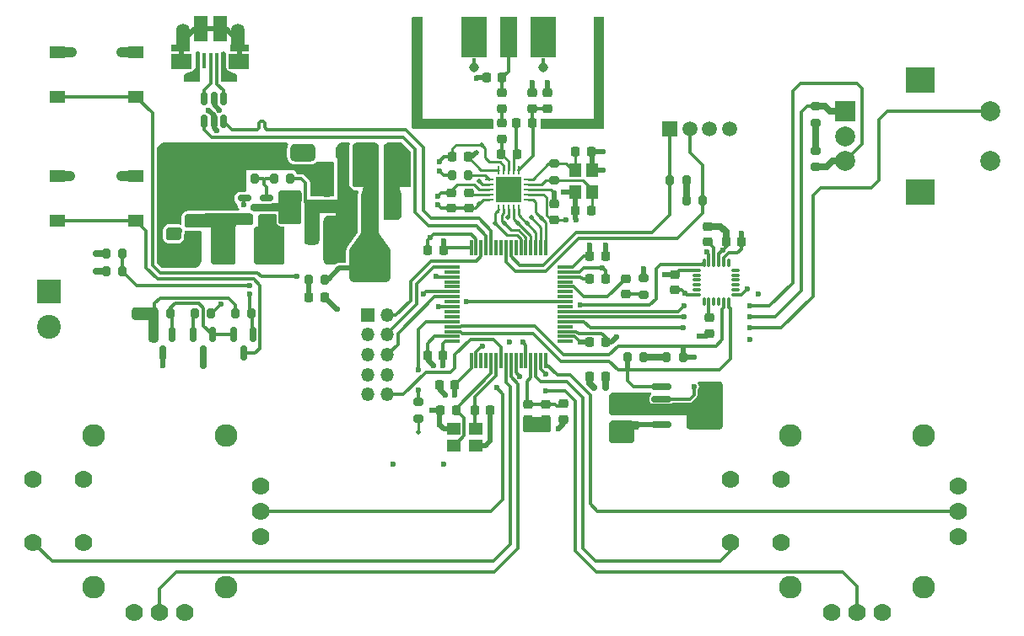
<source format=gtl>
G04 #@! TF.GenerationSoftware,KiCad,Pcbnew,7.0.1*
G04 #@! TF.CreationDate,2023-10-12T07:58:09+02:00*
G04 #@! TF.ProjectId,Controller_board,436f6e74-726f-46c6-9c65-725f626f6172,rev?*
G04 #@! TF.SameCoordinates,Original*
G04 #@! TF.FileFunction,Copper,L1,Top*
G04 #@! TF.FilePolarity,Positive*
%FSLAX46Y46*%
G04 Gerber Fmt 4.6, Leading zero omitted, Abs format (unit mm)*
G04 Created by KiCad (PCBNEW 7.0.1) date 2023-10-12 07:58:09*
%MOMM*%
%LPD*%
G01*
G04 APERTURE LIST*
G04 Aperture macros list*
%AMRoundRect*
0 Rectangle with rounded corners*
0 $1 Rounding radius*
0 $2 $3 $4 $5 $6 $7 $8 $9 X,Y pos of 4 corners*
0 Add a 4 corners polygon primitive as box body*
4,1,4,$2,$3,$4,$5,$6,$7,$8,$9,$2,$3,0*
0 Add four circle primitives for the rounded corners*
1,1,$1+$1,$2,$3*
1,1,$1+$1,$4,$5*
1,1,$1+$1,$6,$7*
1,1,$1+$1,$8,$9*
0 Add four rect primitives between the rounded corners*
20,1,$1+$1,$2,$3,$4,$5,0*
20,1,$1+$1,$4,$5,$6,$7,0*
20,1,$1+$1,$6,$7,$8,$9,0*
20,1,$1+$1,$8,$9,$2,$3,0*%
G04 Aperture macros list end*
G04 #@! TA.AperFunction,ComponentPad*
%ADD10R,2.000000X2.000000*%
G04 #@! TD*
G04 #@! TA.AperFunction,ComponentPad*
%ADD11C,2.000000*%
G04 #@! TD*
G04 #@! TA.AperFunction,ComponentPad*
%ADD12R,3.000000X2.500000*%
G04 #@! TD*
G04 #@! TA.AperFunction,SMDPad,CuDef*
%ADD13RoundRect,0.225000X-0.250000X0.225000X-0.250000X-0.225000X0.250000X-0.225000X0.250000X0.225000X0*%
G04 #@! TD*
G04 #@! TA.AperFunction,SMDPad,CuDef*
%ADD14RoundRect,0.225000X-0.225000X-0.250000X0.225000X-0.250000X0.225000X0.250000X-0.225000X0.250000X0*%
G04 #@! TD*
G04 #@! TA.AperFunction,SMDPad,CuDef*
%ADD15RoundRect,0.150000X0.587500X0.150000X-0.587500X0.150000X-0.587500X-0.150000X0.587500X-0.150000X0*%
G04 #@! TD*
G04 #@! TA.AperFunction,SMDPad,CuDef*
%ADD16R,0.400000X1.650000*%
G04 #@! TD*
G04 #@! TA.AperFunction,SMDPad,CuDef*
%ADD17R,1.825000X0.700000*%
G04 #@! TD*
G04 #@! TA.AperFunction,SMDPad,CuDef*
%ADD18R,2.000000X1.500000*%
G04 #@! TD*
G04 #@! TA.AperFunction,SMDPad,CuDef*
%ADD19R,1.350000X2.000000*%
G04 #@! TD*
G04 #@! TA.AperFunction,ComponentPad*
%ADD20O,1.350000X1.700000*%
G04 #@! TD*
G04 #@! TA.AperFunction,ComponentPad*
%ADD21O,1.100000X1.500000*%
G04 #@! TD*
G04 #@! TA.AperFunction,SMDPad,CuDef*
%ADD22R,1.430000X2.500000*%
G04 #@! TD*
G04 #@! TA.AperFunction,SMDPad,CuDef*
%ADD23RoundRect,0.225000X0.250000X-0.225000X0.250000X0.225000X-0.250000X0.225000X-0.250000X-0.225000X0*%
G04 #@! TD*
G04 #@! TA.AperFunction,SMDPad,CuDef*
%ADD24RoundRect,0.225000X0.225000X0.250000X-0.225000X0.250000X-0.225000X-0.250000X0.225000X-0.250000X0*%
G04 #@! TD*
G04 #@! TA.AperFunction,SMDPad,CuDef*
%ADD25RoundRect,0.200000X-0.275000X0.200000X-0.275000X-0.200000X0.275000X-0.200000X0.275000X0.200000X0*%
G04 #@! TD*
G04 #@! TA.AperFunction,SMDPad,CuDef*
%ADD26R,1.500000X2.200000*%
G04 #@! TD*
G04 #@! TA.AperFunction,SMDPad,CuDef*
%ADD27R,3.800000X2.200000*%
G04 #@! TD*
G04 #@! TA.AperFunction,SMDPad,CuDef*
%ADD28RoundRect,0.075000X0.350000X0.075000X-0.350000X0.075000X-0.350000X-0.075000X0.350000X-0.075000X0*%
G04 #@! TD*
G04 #@! TA.AperFunction,SMDPad,CuDef*
%ADD29RoundRect,0.075000X-0.075000X0.350000X-0.075000X-0.350000X0.075000X-0.350000X0.075000X0.350000X0*%
G04 #@! TD*
G04 #@! TA.AperFunction,SMDPad,CuDef*
%ADD30RoundRect,0.150000X-0.150000X0.587500X-0.150000X-0.587500X0.150000X-0.587500X0.150000X0.587500X0*%
G04 #@! TD*
G04 #@! TA.AperFunction,SMDPad,CuDef*
%ADD31RoundRect,0.225000X0.225000X0.375000X-0.225000X0.375000X-0.225000X-0.375000X0.225000X-0.375000X0*%
G04 #@! TD*
G04 #@! TA.AperFunction,SMDPad,CuDef*
%ADD32RoundRect,0.075000X0.075000X-0.700000X0.075000X0.700000X-0.075000X0.700000X-0.075000X-0.700000X0*%
G04 #@! TD*
G04 #@! TA.AperFunction,SMDPad,CuDef*
%ADD33RoundRect,0.075000X0.700000X-0.075000X0.700000X0.075000X-0.700000X0.075000X-0.700000X-0.075000X0*%
G04 #@! TD*
G04 #@! TA.AperFunction,SMDPad,CuDef*
%ADD34RoundRect,0.250000X0.250000X0.475000X-0.250000X0.475000X-0.250000X-0.475000X0.250000X-0.475000X0*%
G04 #@! TD*
G04 #@! TA.AperFunction,SMDPad,CuDef*
%ADD35RoundRect,0.200000X-0.200000X-0.275000X0.200000X-0.275000X0.200000X0.275000X-0.200000X0.275000X0*%
G04 #@! TD*
G04 #@! TA.AperFunction,ComponentPad*
%ADD36C,1.778000*%
G04 #@! TD*
G04 #@! TA.AperFunction,ComponentPad*
%ADD37C,2.286000*%
G04 #@! TD*
G04 #@! TA.AperFunction,ComponentPad*
%ADD38R,1.500000X1.500000*%
G04 #@! TD*
G04 #@! TA.AperFunction,ComponentPad*
%ADD39C,1.500000*%
G04 #@! TD*
G04 #@! TA.AperFunction,SMDPad,CuDef*
%ADD40RoundRect,0.250000X-0.312500X-1.450000X0.312500X-1.450000X0.312500X1.450000X-0.312500X1.450000X0*%
G04 #@! TD*
G04 #@! TA.AperFunction,ComponentPad*
%ADD41R,1.350000X1.350000*%
G04 #@! TD*
G04 #@! TA.AperFunction,ComponentPad*
%ADD42O,1.350000X1.350000*%
G04 #@! TD*
G04 #@! TA.AperFunction,SMDPad,CuDef*
%ADD43RoundRect,0.200000X0.200000X0.275000X-0.200000X0.275000X-0.200000X-0.275000X0.200000X-0.275000X0*%
G04 #@! TD*
G04 #@! TA.AperFunction,ComponentPad*
%ADD44R,2.400000X2.400000*%
G04 #@! TD*
G04 #@! TA.AperFunction,ComponentPad*
%ADD45C,2.400000*%
G04 #@! TD*
G04 #@! TA.AperFunction,SMDPad,CuDef*
%ADD46R,1.550000X1.300000*%
G04 #@! TD*
G04 #@! TA.AperFunction,SMDPad,CuDef*
%ADD47RoundRect,0.218750X0.256250X-0.218750X0.256250X0.218750X-0.256250X0.218750X-0.256250X-0.218750X0*%
G04 #@! TD*
G04 #@! TA.AperFunction,SMDPad,CuDef*
%ADD48RoundRect,0.150000X0.825000X0.150000X-0.825000X0.150000X-0.825000X-0.150000X0.825000X-0.150000X0*%
G04 #@! TD*
G04 #@! TA.AperFunction,SMDPad,CuDef*
%ADD49RoundRect,0.218750X0.218750X0.256250X-0.218750X0.256250X-0.218750X-0.256250X0.218750X-0.256250X0*%
G04 #@! TD*
G04 #@! TA.AperFunction,SMDPad,CuDef*
%ADD50R,1.400000X1.200000*%
G04 #@! TD*
G04 #@! TA.AperFunction,SMDPad,CuDef*
%ADD51R,1.780000X4.190000*%
G04 #@! TD*
G04 #@! TA.AperFunction,ComponentPad*
%ADD52C,0.970000*%
G04 #@! TD*
G04 #@! TA.AperFunction,SMDPad,CuDef*
%ADD53R,0.460000X0.890000*%
G04 #@! TD*
G04 #@! TA.AperFunction,SMDPad,CuDef*
%ADD54R,2.665000X4.190000*%
G04 #@! TD*
G04 #@! TA.AperFunction,SMDPad,CuDef*
%ADD55RoundRect,0.218750X-0.256250X0.218750X-0.256250X-0.218750X0.256250X-0.218750X0.256250X0.218750X0*%
G04 #@! TD*
G04 #@! TA.AperFunction,SMDPad,CuDef*
%ADD56RoundRect,0.200000X0.275000X-0.200000X0.275000X0.200000X-0.275000X0.200000X-0.275000X-0.200000X0*%
G04 #@! TD*
G04 #@! TA.AperFunction,SMDPad,CuDef*
%ADD57RoundRect,0.218750X-0.218750X-0.256250X0.218750X-0.256250X0.218750X0.256250X-0.218750X0.256250X0*%
G04 #@! TD*
G04 #@! TA.AperFunction,SMDPad,CuDef*
%ADD58RoundRect,0.150000X0.512500X0.150000X-0.512500X0.150000X-0.512500X-0.150000X0.512500X-0.150000X0*%
G04 #@! TD*
G04 #@! TA.AperFunction,SMDPad,CuDef*
%ADD59RoundRect,0.062500X0.062500X-0.350000X0.062500X0.350000X-0.062500X0.350000X-0.062500X-0.350000X0*%
G04 #@! TD*
G04 #@! TA.AperFunction,SMDPad,CuDef*
%ADD60RoundRect,0.062500X0.350000X-0.062500X0.350000X0.062500X-0.350000X0.062500X-0.350000X-0.062500X0*%
G04 #@! TD*
G04 #@! TA.AperFunction,SMDPad,CuDef*
%ADD61R,2.500000X2.500000*%
G04 #@! TD*
G04 #@! TA.AperFunction,SMDPad,CuDef*
%ADD62R,1.200000X1.400000*%
G04 #@! TD*
G04 #@! TA.AperFunction,SMDPad,CuDef*
%ADD63RoundRect,0.150000X-0.150000X0.512500X-0.150000X-0.512500X0.150000X-0.512500X0.150000X0.512500X0*%
G04 #@! TD*
G04 #@! TA.AperFunction,ViaPad*
%ADD64C,0.600000*%
G04 #@! TD*
G04 #@! TA.AperFunction,ViaPad*
%ADD65C,0.700000*%
G04 #@! TD*
G04 #@! TA.AperFunction,ViaPad*
%ADD66C,0.500000*%
G04 #@! TD*
G04 #@! TA.AperFunction,Conductor*
%ADD67C,0.300000*%
G04 #@! TD*
G04 #@! TA.AperFunction,Conductor*
%ADD68C,0.500000*%
G04 #@! TD*
G04 #@! TA.AperFunction,Conductor*
%ADD69C,0.250000*%
G04 #@! TD*
G04 #@! TA.AperFunction,Conductor*
%ADD70C,1.000000*%
G04 #@! TD*
G04 #@! TA.AperFunction,Conductor*
%ADD71C,0.700000*%
G04 #@! TD*
G04 #@! TA.AperFunction,Conductor*
%ADD72C,0.349250*%
G04 #@! TD*
G04 APERTURE END LIST*
D10*
X148833000Y-89829000D03*
D11*
X148833000Y-94829000D03*
X148833000Y-92329000D03*
D12*
X156333000Y-86729000D03*
X156333000Y-97929000D03*
D11*
X163333000Y-89829000D03*
X163333000Y-94829000D03*
D13*
X118770400Y-119253000D03*
X118770400Y-120803000D03*
D14*
X136842200Y-102920800D03*
X138392200Y-102920800D03*
X111620000Y-119888000D03*
X113170000Y-119888000D03*
D15*
X83335100Y-102810600D03*
X83335100Y-100910600D03*
X81460100Y-101860600D03*
D16*
X86397000Y-84709400D03*
X85747000Y-84709400D03*
X85097000Y-84709400D03*
X84447000Y-84709400D03*
X83797000Y-84709400D03*
D17*
X88047000Y-83509400D03*
D18*
X87947000Y-84809400D03*
D19*
X87827000Y-82759400D03*
D20*
X87827000Y-81829400D03*
D21*
X87517000Y-84829400D03*
D22*
X86057000Y-81559400D03*
X84137000Y-81559400D03*
D21*
X82677000Y-84829400D03*
D20*
X82367000Y-81829400D03*
D19*
X82347000Y-82759400D03*
D18*
X82197000Y-84829400D03*
D17*
X82097000Y-83509400D03*
D23*
X114300000Y-89548000D03*
X114300000Y-87998000D03*
D24*
X124727000Y-113030000D03*
X123177000Y-113030000D03*
D23*
X131673600Y-107810600D03*
X131673600Y-106260600D03*
X127635000Y-121374200D03*
X127635000Y-119824200D03*
D25*
X105918000Y-119063000D03*
X105918000Y-120713000D03*
D26*
X103392000Y-99466000D03*
X101092000Y-99466000D03*
X98792000Y-99466000D03*
D27*
X101092000Y-105766000D03*
D28*
X137820400Y-108297600D03*
X137820400Y-107797600D03*
X137820400Y-107297600D03*
X137820400Y-106797600D03*
X137820400Y-106297600D03*
X137820400Y-105797600D03*
D29*
X137120400Y-105097600D03*
X136620400Y-105097600D03*
X136120400Y-105097600D03*
X135620400Y-105097600D03*
X135120400Y-105097600D03*
X134620400Y-105097600D03*
D28*
X133920400Y-105797600D03*
X133920400Y-106297600D03*
X133920400Y-106797600D03*
X133920400Y-107297600D03*
X133920400Y-107797600D03*
X133920400Y-108297600D03*
D29*
X134620400Y-108997600D03*
X135120400Y-108997600D03*
X135620400Y-108997600D03*
X136120400Y-108997600D03*
X136620400Y-108997600D03*
X137120400Y-108997600D03*
D30*
X85278000Y-112268000D03*
X83378000Y-112268000D03*
X84328000Y-114143000D03*
D31*
X98043000Y-93980000D03*
X94743000Y-93980000D03*
D30*
X81214000Y-112268000D03*
X79314000Y-112268000D03*
X80264000Y-114143000D03*
D23*
X125730000Y-121374200D03*
X125730000Y-119824200D03*
D32*
X111250000Y-114895000D03*
X111750000Y-114895000D03*
X112250000Y-114895000D03*
X112750000Y-114895000D03*
X113250000Y-114895000D03*
X113750000Y-114895000D03*
X114250000Y-114895000D03*
X114750000Y-114895000D03*
X115250000Y-114895000D03*
X115750000Y-114895000D03*
X116250000Y-114895000D03*
X116750000Y-114895000D03*
X117250000Y-114895000D03*
X117750000Y-114895000D03*
X118250000Y-114895000D03*
X118750000Y-114895000D03*
D33*
X120675000Y-112970000D03*
X120675000Y-112470000D03*
X120675000Y-111970000D03*
X120675000Y-111470000D03*
X120675000Y-110970000D03*
X120675000Y-110470000D03*
X120675000Y-109970000D03*
X120675000Y-109470000D03*
X120675000Y-108970000D03*
X120675000Y-108470000D03*
X120675000Y-107970000D03*
X120675000Y-107470000D03*
X120675000Y-106970000D03*
X120675000Y-106470000D03*
X120675000Y-105970000D03*
X120675000Y-105470000D03*
D32*
X118750000Y-103545000D03*
X118250000Y-103545000D03*
X117750000Y-103545000D03*
X117250000Y-103545000D03*
X116750000Y-103545000D03*
X116250000Y-103545000D03*
X115750000Y-103545000D03*
X115250000Y-103545000D03*
X114750000Y-103545000D03*
X114250000Y-103545000D03*
X113750000Y-103545000D03*
X113250000Y-103545000D03*
X112750000Y-103545000D03*
X112250000Y-103545000D03*
X111750000Y-103545000D03*
X111250000Y-103545000D03*
D33*
X109325000Y-105470000D03*
X109325000Y-105970000D03*
X109325000Y-106470000D03*
X109325000Y-106970000D03*
X109325000Y-107470000D03*
X109325000Y-107970000D03*
X109325000Y-108470000D03*
X109325000Y-108970000D03*
X109325000Y-109470000D03*
X109325000Y-109970000D03*
X109325000Y-110470000D03*
X109325000Y-110970000D03*
X109325000Y-111470000D03*
X109325000Y-111970000D03*
X109325000Y-112470000D03*
X109325000Y-112970000D03*
D13*
X117348000Y-87985000D03*
X117348000Y-89535000D03*
D34*
X95057000Y-99517200D03*
X93157000Y-99517200D03*
D23*
X96774000Y-99530200D03*
X96774000Y-97980200D03*
D35*
X132842000Y-98806000D03*
X134492000Y-98806000D03*
D13*
X116941600Y-119253000D03*
X116941600Y-120803000D03*
D36*
X137300000Y-133175000D03*
X137300000Y-126825000D03*
X142380000Y-133175000D03*
X142380000Y-126825000D03*
X160160000Y-132540000D03*
X160160000Y-130000000D03*
X160160000Y-127460000D03*
D37*
X143332500Y-137620000D03*
X156667500Y-137620000D03*
X156667500Y-122380000D03*
X143332500Y-122380000D03*
D36*
X147460000Y-140160000D03*
X150000000Y-140160000D03*
X152540000Y-140160000D03*
D38*
X131191000Y-91610000D03*
D39*
X133191000Y-91610000D03*
X135191000Y-91610000D03*
X137191000Y-91610000D03*
D24*
X108420200Y-114401600D03*
X106870200Y-114401600D03*
D40*
X85949700Y-103454200D03*
X90224700Y-103454200D03*
D41*
X100854000Y-110300000D03*
D42*
X102854000Y-110300000D03*
X100854000Y-112300000D03*
X102854000Y-112300000D03*
X100854000Y-114300000D03*
X102854000Y-114300000D03*
X100854000Y-116300000D03*
X102854000Y-116300000D03*
X100854000Y-118300000D03*
X102854000Y-118300000D03*
D13*
X134975600Y-101383800D03*
X134975600Y-102933800D03*
D36*
X67300000Y-133175000D03*
X67300000Y-126825000D03*
X72380000Y-133175000D03*
X72380000Y-126825000D03*
X90160000Y-132540000D03*
X90160000Y-130000000D03*
X90160000Y-127460000D03*
D37*
X73332500Y-137620000D03*
X86667500Y-137620000D03*
X86667500Y-122380000D03*
X73332500Y-122380000D03*
D36*
X77460000Y-140160000D03*
X80000000Y-140160000D03*
X82540000Y-140160000D03*
D43*
X132841000Y-96774000D03*
X131191000Y-96774000D03*
D23*
X119616700Y-100720600D03*
X119616700Y-99170600D03*
D44*
X68899000Y-107978000D03*
D45*
X68899000Y-111478000D03*
D46*
X69685000Y-96338000D03*
X77635000Y-96338000D03*
X69685000Y-100838000D03*
X77635000Y-100838000D03*
D35*
X83503000Y-110157500D03*
X85153000Y-110157500D03*
X109334800Y-96266000D03*
X110984800Y-96266000D03*
D24*
X108471000Y-103759000D03*
X106921000Y-103759000D03*
D47*
X120523000Y-120802500D03*
X120523000Y-119227500D03*
D14*
X123177000Y-106680000D03*
X124727000Y-106680000D03*
D43*
X93103200Y-96596200D03*
X91453200Y-96596200D03*
D48*
X135317000Y-121285000D03*
X135317000Y-120015000D03*
X135317000Y-118745000D03*
X135317000Y-117475000D03*
X130367000Y-117475000D03*
X130367000Y-118745000D03*
X130367000Y-120015000D03*
X130367000Y-121285000D03*
D24*
X123291000Y-99822000D03*
X121741000Y-99822000D03*
D14*
X101485400Y-95504000D03*
X103035400Y-95504000D03*
D43*
X128587000Y-114554000D03*
X126937000Y-114554000D03*
D49*
X96545500Y-108508800D03*
X94970500Y-108508800D03*
D50*
X109517000Y-123405000D03*
X111717000Y-123405000D03*
X111717000Y-121705000D03*
X109517000Y-121705000D03*
D24*
X110934800Y-94437200D03*
X109384800Y-94437200D03*
D51*
X115000000Y-82397600D03*
D52*
X111507500Y-85382600D03*
X118492500Y-85382600D03*
D53*
X111507500Y-84937600D03*
X118492500Y-84937600D03*
D54*
X111507500Y-82397600D03*
X118492500Y-82397600D03*
D14*
X123177000Y-104394000D03*
X124727000Y-104394000D03*
D43*
X96583000Y-106730800D03*
X94933000Y-106730800D03*
D55*
X126746000Y-106654500D03*
X126746000Y-108229500D03*
D56*
X119616700Y-96745200D03*
X119616700Y-95095200D03*
D13*
X118872000Y-87985000D03*
X118872000Y-89535000D03*
D43*
X76263000Y-104140000D03*
X74613000Y-104140000D03*
D35*
X130874000Y-114554000D03*
X132524000Y-114554000D03*
D13*
X109220000Y-98018000D03*
X109220000Y-99568000D03*
D24*
X109741000Y-119888000D03*
X108191000Y-119888000D03*
X114363800Y-86461600D03*
X112813800Y-86461600D03*
D57*
X115798500Y-91046000D03*
X117373500Y-91046000D03*
D23*
X135128000Y-112154000D03*
X135128000Y-110604000D03*
D46*
X69685000Y-83892000D03*
X77635000Y-83892000D03*
X69685000Y-88392000D03*
X77635000Y-88392000D03*
D14*
X101485400Y-97180400D03*
X103035400Y-97180400D03*
D58*
X90748700Y-100467200D03*
X90748700Y-99517200D03*
X90748700Y-98567200D03*
X88473700Y-98567200D03*
X88473700Y-100467200D03*
D43*
X89547200Y-96596200D03*
X87897200Y-96596200D03*
D59*
X114011200Y-99625900D03*
X114511200Y-99625900D03*
X115011200Y-99625900D03*
X115511200Y-99625900D03*
X116011200Y-99625900D03*
D60*
X116948700Y-98688400D03*
X116948700Y-98188400D03*
X116948700Y-97688400D03*
X116948700Y-97188400D03*
X116948700Y-96688400D03*
D59*
X116011200Y-95750900D03*
X115511200Y-95750900D03*
X115011200Y-95750900D03*
X114511200Y-95750900D03*
X114011200Y-95750900D03*
D60*
X113073700Y-96688400D03*
X113073700Y-97188400D03*
X113073700Y-97688400D03*
X113073700Y-98188400D03*
X113073700Y-98688400D03*
D61*
X115011200Y-97688400D03*
D62*
X123366000Y-97917000D03*
X123366000Y-95717000D03*
X121666000Y-95717000D03*
X121666000Y-97917000D03*
D47*
X114300000Y-92608500D03*
X114300000Y-91033500D03*
D35*
X87567000Y-110157500D03*
X89217000Y-110157500D03*
D31*
X95198200Y-102565200D03*
X91898200Y-102565200D03*
D57*
X114274500Y-94107000D03*
X115849500Y-94107000D03*
D23*
X85420200Y-100546200D03*
X85420200Y-98996200D03*
D13*
X110998000Y-98018000D03*
X110998000Y-99568000D03*
D30*
X89342000Y-112268000D03*
X87442000Y-112268000D03*
X88392000Y-114143000D03*
D56*
X145796000Y-95414600D03*
X145796000Y-93764600D03*
D35*
X79439000Y-110157500D03*
X81089000Y-110157500D03*
D14*
X121741000Y-93853000D03*
X123291000Y-93853000D03*
D63*
X86382400Y-88575300D03*
X85432400Y-88575300D03*
X84482400Y-88575300D03*
X84482400Y-90850300D03*
X85432400Y-90850300D03*
X86382400Y-90850300D03*
D56*
X145796000Y-90995000D03*
X145796000Y-89345000D03*
D35*
X74613000Y-105918000D03*
X76263000Y-105918000D03*
D56*
X128524000Y-108267000D03*
X128524000Y-106617000D03*
D24*
X109601000Y-117336209D03*
X108051000Y-117336209D03*
D14*
X123177000Y-116459000D03*
X124727000Y-116459000D03*
D64*
X115062000Y-113030000D03*
X84328000Y-115364500D03*
X83312000Y-93980000D03*
X120523000Y-97917000D03*
X103124000Y-93599000D03*
D65*
X124079000Y-88671400D03*
D64*
X132080000Y-119761000D03*
X133477000Y-121285000D03*
X83312000Y-99060000D03*
X136842200Y-101917200D03*
D65*
X121716800Y-91059000D03*
D64*
X80772000Y-99060000D03*
X73609200Y-105918000D03*
D65*
X105841800Y-88671400D03*
X119354600Y-91059000D03*
X124079000Y-91059000D03*
D64*
X108077000Y-94894400D03*
X121793000Y-100711000D03*
X108673600Y-118377609D03*
X127635000Y-118618000D03*
X88392000Y-93980000D03*
X135890000Y-101383800D03*
D65*
X105841800Y-86309200D03*
D64*
X116941600Y-121704400D03*
D65*
X108204000Y-91059000D03*
D64*
X124397000Y-105537000D03*
X76174600Y-96342200D03*
D66*
X112077500Y-99123500D03*
D64*
X76149200Y-83896200D03*
X70993000Y-96342200D03*
X111760000Y-86487000D03*
X92456000Y-98171000D03*
D66*
X112311808Y-93218000D03*
D64*
X93599000Y-98171000D03*
D65*
X105841800Y-83947000D03*
D64*
X117348000Y-86982000D03*
X107899200Y-99199400D03*
X85852000Y-96520000D03*
X90932000Y-93980000D03*
X113157000Y-122936000D03*
X138938000Y-107696000D03*
X80772000Y-96520000D03*
X124460000Y-93853000D03*
X89550093Y-99499893D03*
X132680200Y-108077000D03*
X104267000Y-94488000D03*
X118872000Y-86982000D03*
X133477000Y-120015000D03*
X122174000Y-113030000D03*
X118770400Y-121704400D03*
X83312000Y-96520000D03*
X92456000Y-100838000D03*
X124712259Y-117615721D03*
X124727868Y-103304756D03*
D65*
X124079000Y-81584800D03*
D64*
X107315000Y-119888000D03*
X134122900Y-112395000D03*
D65*
X105841800Y-81584800D03*
D64*
X124460000Y-95758000D03*
X80772000Y-93980000D03*
X96012000Y-96520000D03*
D65*
X124079000Y-83947000D03*
X105841800Y-91059000D03*
D64*
X107124500Y-102552500D03*
X93599000Y-100838000D03*
X85852000Y-93980000D03*
X83312000Y-104140000D03*
X103124000Y-94488000D03*
X71145400Y-83896200D03*
X139192000Y-112776000D03*
D65*
X110566200Y-91059000D03*
D64*
X113157000Y-121285000D03*
X125730000Y-118618000D03*
X85965800Y-89712800D03*
D65*
X124079000Y-86309200D03*
D64*
X136480896Y-103792531D03*
X97790000Y-109727500D03*
X83705200Y-86461600D03*
X104267000Y-95504000D03*
X107467400Y-115392200D03*
X140081000Y-108204000D03*
X134924800Y-103987600D03*
D66*
X112014000Y-96840500D03*
D64*
X82790800Y-86461600D03*
X116433600Y-113030000D03*
X108077000Y-121285000D03*
X103428800Y-125282200D03*
D65*
X112928400Y-91059000D03*
D64*
X119616700Y-98015200D03*
X80772000Y-104140000D03*
X104267000Y-93599000D03*
X125730000Y-122682000D03*
X108458000Y-125282200D03*
X101219000Y-93599000D03*
X123571000Y-117602000D03*
D66*
X111760000Y-93980000D03*
D64*
X120040400Y-121704400D03*
X138379200Y-102108000D03*
X107899200Y-98335800D03*
X120759700Y-100733000D03*
X108458000Y-102870000D03*
X125857000Y-112522000D03*
X99949000Y-93599000D03*
X145796000Y-92786200D03*
X108077000Y-95808800D03*
X99949000Y-95504000D03*
X129667000Y-114554000D03*
X126873000Y-122682000D03*
X101219000Y-94488000D03*
X145796000Y-91922600D03*
X109593159Y-118383631D03*
X123168372Y-103296998D03*
X99949000Y-94488000D03*
X132842000Y-97790000D03*
X130708400Y-106273600D03*
X128524000Y-105664000D03*
X108407200Y-115392200D03*
X93599000Y-93472000D03*
X93599000Y-94361000D03*
X86524600Y-86461600D03*
X84899000Y-89712800D03*
X85725000Y-91806500D03*
X87388200Y-86461600D03*
D66*
X80975200Y-102489000D03*
D64*
X73603191Y-104127876D03*
D66*
X81788000Y-102489000D03*
D64*
X77597000Y-110157500D03*
X78486000Y-110157500D03*
X110744000Y-108966000D03*
X89027000Y-107329500D03*
X105918000Y-117856000D03*
X105918000Y-115824000D03*
D66*
X105918000Y-122047000D03*
D64*
X139192000Y-110490000D03*
X132588000Y-110490000D03*
X139192000Y-109397800D03*
X132588000Y-109397800D03*
X107696000Y-106426000D03*
X93726000Y-106426000D03*
X132562600Y-111607600D03*
X139192000Y-111607600D03*
X122216500Y-109320500D03*
X112395000Y-113425500D03*
X116156266Y-116507734D03*
X113792000Y-117602000D03*
X118770400Y-117906800D03*
X118770400Y-116281200D03*
D66*
X118318542Y-100560864D03*
X117278834Y-100533200D03*
X114936700Y-100519266D03*
X116866098Y-101116702D03*
X115938998Y-101107700D03*
X114577976Y-101119783D03*
X113661122Y-101092000D03*
D64*
X133604000Y-114554000D03*
X133604000Y-117475000D03*
X89052400Y-108204000D03*
X106465900Y-108204000D03*
X88392000Y-99187000D03*
X80264000Y-115366800D03*
X86106000Y-109234500D03*
X107950000Y-109474000D03*
D67*
X116750000Y-113346400D02*
X116433600Y-113030000D01*
D68*
X121741000Y-99822000D02*
X121741000Y-100659000D01*
X124419000Y-95717000D02*
X124460000Y-95758000D01*
X121666000Y-99747000D02*
X121741000Y-99822000D01*
D69*
X112311808Y-93218000D02*
X112649000Y-93555192D01*
D67*
X108267800Y-99568000D02*
X107899200Y-99199400D01*
D68*
X134887000Y-112395000D02*
X135128000Y-112154000D01*
D67*
X136120400Y-104153027D02*
X136480896Y-103792531D01*
X136842200Y-102920800D02*
X136842200Y-103431227D01*
D69*
X112512600Y-98688400D02*
X112077500Y-99123500D01*
D68*
X123366000Y-95717000D02*
X123366000Y-93928000D01*
X134122900Y-112395000D02*
X134887000Y-112395000D01*
X119616700Y-99170600D02*
X119616700Y-98015200D01*
X121666000Y-97917000D02*
X121666000Y-99747000D01*
D67*
X138938000Y-107706041D02*
X138346441Y-108297600D01*
D69*
X119289900Y-97688400D02*
X119616700Y-98015200D01*
D68*
X113157000Y-122936000D02*
X112688000Y-123405000D01*
X121666000Y-97917000D02*
X120523000Y-97917000D01*
X85432400Y-89179400D02*
X85965800Y-89712800D01*
D67*
X106921000Y-102756000D02*
X106921000Y-103759000D01*
X107570200Y-112470000D02*
X106870200Y-113170000D01*
D70*
X70988800Y-96338000D02*
X70993000Y-96342200D01*
D68*
X108191000Y-119888000D02*
X107315000Y-119888000D01*
X123291000Y-93853000D02*
X124460000Y-93853000D01*
D71*
X136842200Y-101917200D02*
X136842200Y-102920800D01*
X84328000Y-114143000D02*
X84328000Y-115364500D01*
D68*
X108051000Y-117755009D02*
X108673600Y-118377609D01*
D67*
X138346441Y-108297600D02*
X137820400Y-108297600D01*
X122122000Y-105970000D02*
X120675000Y-105970000D01*
D68*
X117348000Y-87985000D02*
X117348000Y-86982000D01*
X124727000Y-104394000D02*
X124727000Y-103305624D01*
D67*
X136120400Y-105097600D02*
X136120400Y-104153027D01*
D69*
X113073700Y-98688400D02*
X112512600Y-98688400D01*
D67*
X108534200Y-94437200D02*
X108077000Y-94894400D01*
D68*
X97790000Y-109727500D02*
X97764200Y-109727500D01*
X118872000Y-87985000D02*
X118872000Y-86982000D01*
D69*
X110998000Y-99568000D02*
X111633000Y-99568000D01*
D68*
X113157000Y-122936000D02*
X113157000Y-121285000D01*
D67*
X107457000Y-102220000D02*
X106921000Y-102756000D01*
D69*
X114127808Y-94907000D02*
X114511200Y-95290392D01*
X111633000Y-99568000D02*
X112077500Y-99123500D01*
D67*
X109384800Y-94437200D02*
X108534200Y-94437200D01*
D68*
X85432400Y-88575300D02*
X85432400Y-89179400D01*
D71*
X74613000Y-105918000D02*
X73609200Y-105918000D01*
D68*
X108051000Y-117336209D02*
X108051000Y-117755009D01*
D69*
X109384800Y-93561200D02*
X109384800Y-94437200D01*
D67*
X111750000Y-103545000D02*
X111750000Y-102668959D01*
D69*
X112311808Y-93218000D02*
X109728000Y-93218000D01*
D67*
X132680200Y-108077000D02*
X132900800Y-108297600D01*
X122555000Y-105537000D02*
X122122000Y-105970000D01*
D68*
X103438700Y-125292100D02*
X103428800Y-125282200D01*
D70*
X69685000Y-96338000D02*
X70988800Y-96338000D01*
D67*
X107570200Y-112470000D02*
X109325000Y-112470000D01*
X135120400Y-105097600D02*
X135120400Y-104183200D01*
D69*
X109728000Y-93218000D02*
X109384800Y-93561200D01*
D70*
X77635000Y-83892000D02*
X76153400Y-83892000D01*
X76178800Y-96338000D02*
X76174600Y-96342200D01*
D67*
X138938000Y-107696000D02*
X138938000Y-107706041D01*
D68*
X97764200Y-109727500D02*
X96545500Y-108508800D01*
D67*
X132900800Y-108297600D02*
X133920400Y-108297600D01*
D69*
X113068000Y-94907000D02*
X114127808Y-94907000D01*
D68*
X108497000Y-121705000D02*
X108077000Y-121285000D01*
D69*
X114511200Y-95290392D02*
X114511200Y-95750900D01*
D67*
X111750000Y-102668959D02*
X111301041Y-102220000D01*
X111301041Y-102220000D02*
X107457000Y-102220000D01*
D68*
X106870200Y-114795000D02*
X107467400Y-115392200D01*
D67*
X135120400Y-104183200D02*
X134924800Y-103987600D01*
D71*
X135890000Y-101383800D02*
X134975600Y-101383800D01*
D68*
X112688000Y-123405000D02*
X111717000Y-123405000D01*
D67*
X121614000Y-112470000D02*
X122174000Y-113030000D01*
X132413800Y-107810600D02*
X131673600Y-107810600D01*
X136842200Y-103431227D02*
X136480896Y-103792531D01*
D68*
X106870200Y-114401600D02*
X106870200Y-114795000D01*
D70*
X69685000Y-83892000D02*
X71141200Y-83892000D01*
D68*
X111785400Y-86461600D02*
X111760000Y-86487000D01*
X108077000Y-121285000D02*
X108077000Y-120002000D01*
X123366000Y-93928000D02*
X123291000Y-93853000D01*
D69*
X112649000Y-94488000D02*
X113068000Y-94907000D01*
X112014000Y-96840500D02*
X112361900Y-97188400D01*
D68*
X113170000Y-121272000D02*
X113157000Y-121285000D01*
D67*
X109220000Y-99568000D02*
X110998000Y-99568000D01*
D68*
X121741000Y-100659000D02*
X121793000Y-100711000D01*
D70*
X76153400Y-83892000D02*
X76149200Y-83896200D01*
D68*
X113170000Y-119888000D02*
X113170000Y-121272000D01*
D67*
X106870200Y-113170000D02*
X106870200Y-114401600D01*
D68*
X109517000Y-121705000D02*
X108497000Y-121705000D01*
X123366000Y-95717000D02*
X124419000Y-95717000D01*
X123177000Y-113030000D02*
X122174000Y-113030000D01*
D69*
X112649000Y-93555192D02*
X112649000Y-94488000D01*
D71*
X136308800Y-101383800D02*
X136842200Y-101917200D01*
D67*
X132680200Y-108077000D02*
X132413800Y-107810600D01*
X124727000Y-105867000D02*
X124727000Y-106680000D01*
D69*
X112361900Y-97188400D02*
X113073700Y-97188400D01*
D68*
X108077000Y-120002000D02*
X108191000Y-119888000D01*
D67*
X124397000Y-105537000D02*
X122555000Y-105537000D01*
D70*
X71141200Y-83892000D02*
X71145400Y-83896200D01*
X77635000Y-96338000D02*
X76178800Y-96338000D01*
D68*
X112813800Y-86461600D02*
X111785400Y-86461600D01*
D67*
X110998000Y-99568000D02*
X111112000Y-99568000D01*
D71*
X124714000Y-116523220D02*
X124714000Y-117613980D01*
D67*
X124397000Y-105537000D02*
X124727000Y-105867000D01*
D71*
X135890000Y-101383800D02*
X136308800Y-101383800D01*
D67*
X109220000Y-99568000D02*
X108267800Y-99568000D01*
X116750000Y-114895000D02*
X116750000Y-113346400D01*
D69*
X116948700Y-97688400D02*
X119289900Y-97688400D01*
D67*
X120675000Y-112470000D02*
X121614000Y-112470000D01*
X94208600Y-96596200D02*
X93103200Y-96596200D01*
D71*
X98552000Y-99226000D02*
X98792000Y-99466000D01*
X98679000Y-99353000D02*
X98792000Y-99466000D01*
D67*
X94640400Y-97028000D02*
X94208600Y-96596200D01*
X94640400Y-98945400D02*
X94640400Y-97028000D01*
X95212200Y-99517200D02*
X94640400Y-98945400D01*
D71*
X145796000Y-92710000D02*
X145796000Y-91998800D01*
D68*
X125819200Y-121285000D02*
X125730000Y-121374200D01*
X123177000Y-104394000D02*
X123177000Y-103305626D01*
X130721400Y-106260600D02*
X130708400Y-106273600D01*
X120523000Y-120802500D02*
X120523000Y-121221800D01*
D67*
X137972800Y-104089200D02*
X138392200Y-103669800D01*
X109220000Y-98018000D02*
X108217000Y-98018000D01*
X120675000Y-111970000D02*
X121821106Y-111970000D01*
D68*
X127724200Y-121285000D02*
X127635000Y-121374200D01*
X120523000Y-121221800D02*
X120040400Y-121704400D01*
X125349000Y-113030000D02*
X125857000Y-112522000D01*
X131673600Y-106260600D02*
X130721400Y-106260600D01*
D67*
X109334800Y-96266000D02*
X108534200Y-96266000D01*
X111250000Y-115687209D02*
X109601000Y-117336209D01*
X137102759Y-104089200D02*
X137972800Y-104089200D01*
D69*
X110934800Y-94437200D02*
X110921800Y-94437200D01*
D67*
X111250000Y-114895000D02*
X111250000Y-115687209D01*
D69*
X110934800Y-94437200D02*
X110934800Y-94627400D01*
D71*
X123177000Y-117208000D02*
X123571000Y-117602000D01*
D68*
X109601000Y-117336209D02*
X109601000Y-118375790D01*
D67*
X108420200Y-113220200D02*
X108420200Y-114401600D01*
D69*
X113073700Y-97688400D02*
X112039400Y-97688400D01*
D68*
X96887800Y-106730800D02*
X98005400Y-105613200D01*
D67*
X124727000Y-112535000D02*
X124727000Y-113030000D01*
D71*
X132841000Y-96774000D02*
X132841000Y-97789000D01*
D68*
X138392200Y-102920800D02*
X138392200Y-102121000D01*
X130367000Y-121285000D02*
X127724200Y-121285000D01*
D67*
X122017506Y-112166400D02*
X124358400Y-112166400D01*
D71*
X132841000Y-96646000D02*
X132842000Y-96647000D01*
D67*
X108471000Y-103759000D02*
X108725000Y-103505000D01*
X108670400Y-112970000D02*
X108420200Y-113220200D01*
X121821106Y-111970000D02*
X122017506Y-112166400D01*
D69*
X116948700Y-98188400D02*
X118508400Y-98188400D01*
D68*
X111302800Y-94437200D02*
X111760000Y-93980000D01*
X108420200Y-115379200D02*
X108407200Y-115392200D01*
D67*
X108725000Y-103505000D02*
X111210000Y-103505000D01*
D68*
X109601000Y-118375790D02*
X109593159Y-118383631D01*
D69*
X109354884Y-98018000D02*
X109220000Y-98018000D01*
D71*
X132842000Y-98806000D02*
X132842000Y-97790000D01*
D68*
X98005400Y-105613200D02*
X100939200Y-105613200D01*
X110934800Y-94437200D02*
X111302800Y-94437200D01*
D67*
X136620400Y-104571559D02*
X137102759Y-104089200D01*
X120675000Y-105470000D02*
X121458000Y-105470000D01*
D71*
X128587000Y-114554000D02*
X129667000Y-114554000D01*
D68*
X108471000Y-103759000D02*
X108471000Y-102883000D01*
D69*
X118816700Y-98496700D02*
X118816700Y-100274700D01*
D67*
X132136600Y-105797600D02*
X131673600Y-106260600D01*
D71*
X123177000Y-116459000D02*
X123177000Y-117208000D01*
D69*
X114011200Y-95750900D02*
X112248500Y-95750900D01*
X120747300Y-100720600D02*
X120759700Y-100733000D01*
D68*
X127635000Y-121374200D02*
X127545800Y-121285000D01*
D71*
X145796000Y-91998800D02*
X145796000Y-90995000D01*
D68*
X108420200Y-114401600D02*
X108420200Y-115379200D01*
D69*
X119262600Y-100720600D02*
X119616700Y-100720600D01*
D68*
X100939200Y-105613200D02*
X101092000Y-105766000D01*
D67*
X138392200Y-103669800D02*
X138392200Y-102920800D01*
X120675000Y-105470000D02*
X121352000Y-105470000D01*
X111027000Y-94529400D02*
X110934800Y-94437200D01*
D68*
X124727000Y-113030000D02*
X125349000Y-113030000D01*
D71*
X129667000Y-114554000D02*
X130874000Y-114554000D01*
D67*
X121458000Y-105470000D02*
X122534000Y-104394000D01*
X108534200Y-96266000D02*
X108077000Y-95808800D01*
D69*
X112248500Y-95750900D02*
X110934800Y-94437200D01*
D67*
X124358400Y-112166400D02*
X124727000Y-112535000D01*
X133920400Y-105797600D02*
X132136600Y-105797600D01*
D69*
X118508400Y-98188400D02*
X118816700Y-98496700D01*
D67*
X109325000Y-112970000D02*
X108670400Y-112970000D01*
D69*
X112039400Y-97688400D02*
X111506000Y-97155000D01*
X118816700Y-100274700D02*
X119262600Y-100720600D01*
D67*
X108217000Y-98018000D02*
X107899200Y-98335800D01*
D69*
X109855000Y-97155000D02*
X109220000Y-97790000D01*
D67*
X111210000Y-103505000D02*
X111250000Y-103545000D01*
D68*
X108471000Y-102883000D02*
X108458000Y-102870000D01*
X127545800Y-121285000D02*
X125819200Y-121285000D01*
D67*
X136620400Y-105097600D02*
X136620400Y-104571559D01*
D69*
X111506000Y-97155000D02*
X109855000Y-97155000D01*
D67*
X122534000Y-104394000D02*
X123177000Y-104394000D01*
D69*
X109220000Y-97790000D02*
X109220000Y-98018000D01*
X119616700Y-100720600D02*
X120747300Y-100720600D01*
D71*
X145796000Y-93764600D02*
X145796000Y-92710000D01*
D68*
X128524000Y-106617000D02*
X128524000Y-105664000D01*
D67*
X119809400Y-119492200D02*
X119634000Y-119316800D01*
X118834200Y-119316800D02*
X118770400Y-119253000D01*
X120396000Y-119492200D02*
X119809400Y-119492200D01*
X117250000Y-114895000D02*
X117250000Y-116557000D01*
X119634000Y-119316800D02*
X118834200Y-119316800D01*
X116840000Y-119151400D02*
X116941600Y-119253000D01*
X116941600Y-119253000D02*
X118770400Y-119253000D01*
X116840000Y-116967000D02*
X116840000Y-119151400D01*
X117250000Y-116557000D02*
X116840000Y-116967000D01*
X109617000Y-123405000D02*
X110567000Y-122455000D01*
X113250000Y-115197600D02*
X113250000Y-115214400D01*
X109741000Y-119675894D02*
X109741000Y-119888000D01*
X113250000Y-114895000D02*
X113250000Y-116166894D01*
X113250000Y-114895000D02*
X113250000Y-115197600D01*
X110567000Y-120727000D02*
X110490000Y-120650000D01*
X110567000Y-122455000D02*
X110567000Y-120727000D01*
X110490000Y-120637000D02*
X109741000Y-119888000D01*
X110490000Y-120650000D02*
X110490000Y-120637000D01*
X109517000Y-123405000D02*
X109617000Y-123405000D01*
X113250000Y-116166894D02*
X109741000Y-119675894D01*
X122218000Y-106470000D02*
X120675000Y-106470000D01*
X122428000Y-106680000D02*
X122218000Y-106470000D01*
X123177000Y-106680000D02*
X122428000Y-106680000D01*
D72*
X118872000Y-89535000D02*
X117348000Y-89535000D01*
X117475000Y-94287100D02*
X117475000Y-91147500D01*
X117373500Y-91046000D02*
X117373500Y-89560500D01*
X116011200Y-95750900D02*
X117475000Y-94287100D01*
D69*
X117475000Y-91147500D02*
X117373500Y-91046000D01*
D72*
X117373500Y-89560500D02*
X117348000Y-89535000D01*
D69*
X118330600Y-97188400D02*
X118773800Y-96745200D01*
X123366000Y-97667000D02*
X123366000Y-97917000D01*
X116948700Y-97188400D02*
X118330600Y-97188400D01*
X122444200Y-96745200D02*
X123366000Y-97667000D01*
X119616700Y-96745200D02*
X122444200Y-96745200D01*
X123366000Y-99747000D02*
X123291000Y-99822000D01*
X118773800Y-96745200D02*
X119616700Y-96745200D01*
X123366000Y-97917000D02*
X123366000Y-99747000D01*
X117433600Y-96688400D02*
X119026800Y-95095200D01*
X119616700Y-95095200D02*
X120790200Y-95095200D01*
X119026800Y-95095200D02*
X119616700Y-95095200D01*
X121666000Y-93928000D02*
X121741000Y-93853000D01*
X121666000Y-95717000D02*
X121666000Y-93928000D01*
X121412000Y-95717000D02*
X121666000Y-95717000D01*
X120790200Y-95095200D02*
X121412000Y-95717000D01*
X116948700Y-96688400D02*
X117433600Y-96688400D01*
D68*
X121741000Y-95642000D02*
X121666000Y-95717000D01*
X85432400Y-91513900D02*
X85725000Y-91806500D01*
X85432400Y-90246200D02*
X84899000Y-89712800D01*
X85432400Y-90850300D02*
X85432400Y-91513900D01*
X85432400Y-90850300D02*
X85432400Y-90246200D01*
X94933000Y-106730800D02*
X94933000Y-108471300D01*
X94933000Y-108471300D02*
X94970500Y-108508800D01*
D67*
X126746000Y-108229500D02*
X128486500Y-108229500D01*
X128486500Y-108229500D02*
X128524000Y-108267000D01*
X85726800Y-85831501D02*
X85726800Y-87086200D01*
X85751800Y-84569000D02*
X85751800Y-85806501D01*
X86382400Y-87741800D02*
X86382400Y-88575300D01*
X85726800Y-87086200D02*
X86382400Y-87741800D01*
X85751800Y-85806501D02*
X85726800Y-85831501D01*
X85101800Y-85806501D02*
X85126800Y-85831501D01*
X85101800Y-84569000D02*
X85101800Y-85806501D01*
X85126800Y-87046600D02*
X84482400Y-87691000D01*
X85126800Y-85831501D02*
X85126800Y-87046600D01*
X84482400Y-87691000D02*
X84482400Y-88575300D01*
D68*
X88047000Y-83509400D02*
X88047000Y-84709400D01*
X88047000Y-84709400D02*
X87947000Y-84809400D01*
X84137000Y-81559400D02*
X83547000Y-81559400D01*
X86627000Y-81559400D02*
X87827000Y-82759400D01*
X83547000Y-81559400D02*
X82347000Y-82759400D01*
X86057000Y-81559400D02*
X84137000Y-81559400D01*
X82197000Y-84829400D02*
X82197000Y-83609400D01*
X82197000Y-83609400D02*
X82097000Y-83509400D01*
X86057000Y-81559400D02*
X86627000Y-81559400D01*
D67*
X131191000Y-100203000D02*
X131191000Y-91610000D01*
X121805021Y-101981000D02*
X129413000Y-101981000D01*
X115250000Y-103545000D02*
X115250000Y-104421041D01*
X116137359Y-105308400D02*
X118477621Y-105308400D01*
X129413000Y-101981000D02*
X131191000Y-100203000D01*
X118477621Y-105308400D02*
X121805021Y-101981000D01*
X115250000Y-104421041D02*
X116137359Y-105308400D01*
X133191000Y-93948000D02*
X133191000Y-91610000D01*
X118745000Y-105918000D02*
X122047000Y-102616000D01*
X134492000Y-100077000D02*
X134492000Y-95249000D01*
X114750000Y-104971000D02*
X115697000Y-105918000D01*
X122047000Y-102616000D02*
X131953000Y-102616000D01*
X131953000Y-102616000D02*
X134492000Y-100077000D01*
X134492000Y-95249000D02*
X133191000Y-93948000D01*
X114750000Y-103545000D02*
X114750000Y-104971000D01*
X115697000Y-105918000D02*
X118745000Y-105918000D01*
X105156000Y-108839000D02*
X103695000Y-110300000D01*
X112250000Y-103545000D02*
X112250000Y-104421041D01*
X107188000Y-104902000D02*
X105156000Y-106934000D01*
X103695000Y-110300000D02*
X102854000Y-110300000D01*
X111769041Y-104902000D02*
X107188000Y-104902000D01*
X105156000Y-106934000D02*
X105156000Y-108839000D01*
X112250000Y-104421041D02*
X111769041Y-104902000D01*
X105816400Y-107162600D02*
X105816400Y-109220000D01*
X105816400Y-109220000D02*
X102854000Y-112182400D01*
X109325000Y-105470000D02*
X107509000Y-105470000D01*
X102854000Y-112182400D02*
X102854000Y-112379000D01*
X102854000Y-112379000D02*
X102997000Y-112522000D01*
X107509000Y-105470000D02*
X105816400Y-107162600D01*
X103886000Y-112141000D02*
X103886000Y-113268000D01*
X109325000Y-108470000D02*
X107557000Y-108470000D01*
X103886000Y-113268000D02*
X102854000Y-114300000D01*
X107557000Y-108470000D02*
X103886000Y-112141000D01*
X111175800Y-112776000D02*
X109626400Y-114325400D01*
X106680000Y-116078000D02*
X104458000Y-118300000D01*
X114250000Y-113564200D02*
X113461800Y-112776000D01*
X114250000Y-114895000D02*
X114250000Y-113564200D01*
X109626400Y-115620800D02*
X109169200Y-116078000D01*
X109626400Y-114325400D02*
X109626400Y-115620800D01*
X113461800Y-112776000D02*
X111175800Y-112776000D01*
X102854000Y-118300000D02*
X102997000Y-118443000D01*
X109169200Y-116078000D02*
X106680000Y-116078000D01*
X104458000Y-118300000D02*
X102854000Y-118300000D01*
D72*
X114300000Y-92608500D02*
X114300000Y-94081500D01*
D69*
X115011200Y-94843700D02*
X114274500Y-94107000D01*
X115011200Y-95750900D02*
X115011200Y-94843700D01*
D72*
X114300000Y-94081500D02*
X114274500Y-94107000D01*
D69*
X115511200Y-95750900D02*
X115511200Y-94445300D01*
D67*
X115824000Y-91071500D02*
X115798500Y-91046000D01*
X115798500Y-94056000D02*
X115849500Y-94107000D01*
X115798500Y-91046000D02*
X115798500Y-94056000D01*
D69*
X115511200Y-94445300D02*
X115849500Y-94107000D01*
D67*
X115699000Y-91145500D02*
X115798500Y-91046000D01*
X79439000Y-109156000D02*
X80010000Y-108585000D01*
X79314000Y-112268000D02*
X79314000Y-110282500D01*
X79314000Y-110282500D02*
X79439000Y-110157500D01*
X80010000Y-108585000D02*
X86868000Y-108585000D01*
D71*
X74613000Y-104140000D02*
X73615315Y-104140000D01*
D67*
X86868000Y-108585000D02*
X87567000Y-109284000D01*
D71*
X73615315Y-104140000D02*
X73603191Y-104127876D01*
D67*
X87567000Y-109284000D02*
X87567000Y-110157500D01*
X79439000Y-110157500D02*
X79439000Y-109156000D01*
X76263000Y-105918000D02*
X76263000Y-104140000D01*
X110748000Y-108970000D02*
X120675000Y-108970000D01*
X77660000Y-107315000D02*
X76263000Y-105918000D01*
X89027000Y-107329500D02*
X89012500Y-107315000D01*
X89012500Y-107315000D02*
X77660000Y-107315000D01*
X110744000Y-108966000D02*
X110748000Y-108970000D01*
X90373200Y-96596200D02*
X90500200Y-96723200D01*
X90500200Y-97231200D02*
X90500200Y-96723200D01*
X90500200Y-96723200D02*
X90627200Y-96596200D01*
X90748700Y-97479700D02*
X90500200Y-97231200D01*
X90627200Y-96596200D02*
X91453200Y-96596200D01*
X90748700Y-98567200D02*
X90748700Y-97479700D01*
X89547200Y-96596200D02*
X90373200Y-96596200D01*
X111633000Y-118491000D02*
X111633000Y-119875000D01*
X113750000Y-114895000D02*
X113750000Y-116374000D01*
X111633000Y-119875000D02*
X111620000Y-119888000D01*
X111620000Y-119888000D02*
X111620000Y-121608000D01*
X111620000Y-121608000D02*
X111717000Y-121705000D01*
X113750000Y-116374000D02*
X111633000Y-118491000D01*
X106708000Y-110970000D02*
X109325000Y-110970000D01*
X105918000Y-119063000D02*
X105918000Y-117856000D01*
X105918000Y-115824000D02*
X105918000Y-111760000D01*
X105918000Y-111760000D02*
X106708000Y-110970000D01*
D69*
X105918000Y-120713000D02*
X105918000Y-122047000D01*
D67*
X144399000Y-107823000D02*
X144399000Y-89916000D01*
X132568000Y-110470000D02*
X120675000Y-110470000D01*
X132588000Y-110490000D02*
X132568000Y-110470000D01*
X144399000Y-89916000D02*
X144970000Y-89345000D01*
D71*
X146799800Y-89345000D02*
X145796000Y-89345000D01*
D67*
X144970000Y-89345000D02*
X145796000Y-89345000D01*
D71*
X148833000Y-89829000D02*
X147283800Y-89829000D01*
X147283800Y-89829000D02*
X146799800Y-89345000D01*
D67*
X139192000Y-110490000D02*
X141732000Y-110490000D01*
X141732000Y-110490000D02*
X144399000Y-107823000D01*
X144272000Y-86995000D02*
X149987000Y-86995000D01*
X132588000Y-109397800D02*
X132015800Y-109970000D01*
X143510000Y-107061000D02*
X143510000Y-87757000D01*
X150495000Y-87503000D02*
X150495000Y-93167000D01*
D71*
X147537800Y-94829000D02*
X146952200Y-95414600D01*
X146952200Y-95414600D02*
X145796000Y-95414600D01*
D67*
X139192000Y-109397800D02*
X141173200Y-109397800D01*
X143510000Y-87757000D02*
X144272000Y-86995000D01*
X149987000Y-86995000D02*
X150495000Y-87503000D01*
D71*
X148833000Y-94829000D02*
X147537800Y-94829000D01*
D67*
X150495000Y-93167000D02*
X148833000Y-94829000D01*
X141173200Y-109397800D02*
X143510000Y-107061000D01*
X132015800Y-109970000D02*
X120675000Y-109970000D01*
X79756000Y-106680000D02*
X89408000Y-106680000D01*
X78613000Y-101816000D02*
X78613000Y-105537000D01*
X77635000Y-100838000D02*
X78613000Y-101816000D01*
X89565000Y-114143000D02*
X88392000Y-114143000D01*
X90043000Y-107315000D02*
X90043000Y-113665000D01*
X90043000Y-113665000D02*
X89565000Y-114143000D01*
X89408000Y-106680000D02*
X90043000Y-107315000D01*
X78613000Y-105537000D02*
X79756000Y-106680000D01*
X69685000Y-100838000D02*
X77635000Y-100838000D01*
X89789000Y-106045000D02*
X80010000Y-106045000D01*
X79248000Y-105283000D02*
X79248000Y-90005000D01*
X93726000Y-106426000D02*
X90170000Y-106426000D01*
X80010000Y-106045000D02*
X79248000Y-105283000D01*
X107696000Y-106426000D02*
X107740000Y-106470000D01*
X107740000Y-106470000D02*
X109325000Y-106470000D01*
X79248000Y-90005000D02*
X77635000Y-88392000D01*
X69685000Y-88392000D02*
X77635000Y-88392000D01*
X90170000Y-106426000D02*
X89789000Y-106045000D01*
X145542000Y-108458000D02*
X145542000Y-98298000D01*
X146304000Y-97536000D02*
X151384000Y-97536000D01*
X152146000Y-96774000D02*
X152146000Y-90678000D01*
X132562600Y-111607600D02*
X123220600Y-111607600D01*
X122583000Y-110970000D02*
X120675000Y-110970000D01*
X139192000Y-111607600D02*
X142392400Y-111607600D01*
X152146000Y-90678000D02*
X152995000Y-89829000D01*
X151384000Y-97536000D02*
X152146000Y-96774000D01*
X142392400Y-111607600D02*
X145542000Y-108458000D01*
X145542000Y-98298000D02*
X146304000Y-97536000D01*
X123220600Y-111607600D02*
X122583000Y-110970000D01*
X152995000Y-89829000D02*
X163333000Y-89829000D01*
X112750000Y-102336000D02*
X111760000Y-101346000D01*
X106934000Y-101346000D02*
X105613200Y-100025200D01*
X105613200Y-93675200D02*
X104394000Y-92456000D01*
X105613200Y-100025200D02*
X105613200Y-93675200D01*
X112750000Y-103545000D02*
X112750000Y-102336000D01*
X111760000Y-101346000D02*
X106934000Y-101346000D01*
X85242400Y-92456000D02*
X84482400Y-91696000D01*
X84482400Y-91696000D02*
X84482400Y-90850300D01*
X104394000Y-92456000D02*
X85242400Y-92456000D01*
X89709369Y-91693076D02*
X89662000Y-91694000D01*
X89992215Y-90973899D02*
X89962930Y-91063988D01*
X113250000Y-101820000D02*
X112014000Y-100584000D01*
X90724530Y-91663801D02*
X90647885Y-91608115D01*
X90562924Y-91441369D02*
X90562000Y-91394000D01*
X106426000Y-93472000D02*
X104648000Y-91694000D01*
X90562000Y-91111352D02*
X90561118Y-91063980D01*
X89962000Y-91394000D02*
X89961076Y-91441369D01*
X112014000Y-100584000D02*
X107188000Y-100584000D01*
X90476132Y-90897233D02*
X90399479Y-90841549D01*
X90814631Y-91693076D02*
X90724530Y-91663801D01*
X90531829Y-90973877D02*
X90476132Y-90897233D01*
X90047902Y-90897268D02*
X89992215Y-90973899D01*
X90399479Y-90841549D02*
X90309372Y-90812275D01*
X89962930Y-91063988D02*
X89962000Y-91111352D01*
X90124543Y-90841593D02*
X90047902Y-90897268D01*
X90592199Y-91531470D02*
X90562924Y-91441369D01*
X89962000Y-91111352D02*
X89962000Y-91394000D01*
X113250000Y-103545000D02*
X113250000Y-101820000D01*
X106426000Y-99822000D02*
X106426000Y-93472000D01*
X90647885Y-91608115D02*
X90592199Y-91531470D01*
X90214636Y-90812323D02*
X90124543Y-90841593D01*
X90262000Y-90811352D02*
X90214636Y-90812323D01*
X90562000Y-91394000D02*
X90562000Y-91111352D01*
X89799470Y-91663801D02*
X89709369Y-91693076D01*
X107188000Y-100584000D02*
X106426000Y-99822000D01*
X90309372Y-90812275D02*
X90262000Y-90811352D01*
X89931801Y-91531470D02*
X89876115Y-91608115D01*
X87226100Y-91694000D02*
X86382400Y-90850300D01*
X89961076Y-91441369D02*
X89931801Y-91531470D01*
X90862000Y-91694000D02*
X90814631Y-91693076D01*
X89876115Y-91608115D02*
X89799470Y-91663801D01*
X89662000Y-91694000D02*
X87226100Y-91694000D01*
X104648000Y-91694000D02*
X90862000Y-91694000D01*
X90561118Y-91063980D02*
X90531829Y-90973877D01*
X122217600Y-109321600D02*
X129184400Y-109321600D01*
X129794000Y-108712000D02*
X129794000Y-105664000D01*
X122216500Y-109320500D02*
X122217600Y-109321600D01*
X129794000Y-105664000D02*
X130251200Y-105206800D01*
X112395000Y-113425500D02*
X112343459Y-113425500D01*
X112343459Y-113425500D02*
X111750000Y-114018959D01*
X130251200Y-105206800D02*
X134511200Y-105206800D01*
X134511200Y-105206800D02*
X134620400Y-105097600D01*
X129184400Y-109321600D02*
X129794000Y-108712000D01*
X134612800Y-105105200D02*
X134620400Y-105097600D01*
X111750000Y-114018959D02*
X111750000Y-114895000D01*
X114750000Y-114895000D02*
X114750000Y-117086800D01*
X69202200Y-135077200D02*
X67300000Y-133175000D01*
X115189000Y-117525800D02*
X115189000Y-133350000D01*
X115189000Y-133350000D02*
X113461800Y-135077200D01*
X113461800Y-135077200D02*
X69202200Y-135077200D01*
X114750000Y-117086800D02*
X115189000Y-117525800D01*
X115750000Y-116101468D02*
X115750000Y-114895000D01*
D69*
X115750000Y-114895000D02*
X115756800Y-114901800D01*
D67*
X114427000Y-118237000D02*
X114427000Y-128828800D01*
X113255800Y-130000000D02*
X90160000Y-130000000D01*
X114427000Y-128828800D02*
X113255800Y-130000000D01*
X113792000Y-117602000D02*
X114427000Y-118237000D01*
X116156266Y-116507734D02*
X115750000Y-116101468D01*
X115951000Y-117221000D02*
X115951000Y-133731000D01*
X115951000Y-133731000D02*
X113555000Y-136127000D01*
X81678000Y-136127000D02*
X80000000Y-137805000D01*
X80000000Y-137805000D02*
X80000000Y-140160000D01*
X113555000Y-136127000D02*
X81678000Y-136127000D01*
X115250000Y-114895000D02*
X115250000Y-116520000D01*
X115250000Y-116520000D02*
X115951000Y-117221000D01*
X117750000Y-114895000D02*
X117750000Y-116530800D01*
X123774200Y-135077200D02*
X136245600Y-135077200D01*
X122428000Y-118618000D02*
X122428000Y-133731000D01*
X117750000Y-116530800D02*
X118262400Y-117043200D01*
X122428000Y-133731000D02*
X123774200Y-135077200D01*
X118262400Y-117043200D02*
X120853200Y-117043200D01*
X137300000Y-134022800D02*
X137300000Y-133175000D01*
X120853200Y-117043200D02*
X122428000Y-118618000D01*
X136245600Y-135077200D02*
X137300000Y-134022800D01*
X123190000Y-129286000D02*
X123904000Y-130000000D01*
X123904000Y-130000000D02*
X160160000Y-130000000D01*
X119888000Y-116332000D02*
X121158000Y-116332000D01*
X118750000Y-115194000D02*
X119888000Y-116332000D01*
X121158000Y-116332000D02*
X123190000Y-118364000D01*
X118750000Y-114895000D02*
X118750000Y-115194000D01*
X123190000Y-118364000D02*
X123190000Y-129286000D01*
X118250000Y-115771041D02*
X118760159Y-116281200D01*
X118250000Y-114895000D02*
X118250000Y-115771041D01*
X118760159Y-116281200D02*
X118770400Y-116281200D01*
X142714079Y-136127000D02*
X148573000Y-136127000D01*
X121666000Y-118918083D02*
X121666000Y-133985000D01*
X150000000Y-137554000D02*
X150000000Y-140160000D01*
X121666000Y-133985000D02*
X123825000Y-136144000D01*
X148573000Y-136127000D02*
X150000000Y-137554000D01*
X118770400Y-117906800D02*
X120654717Y-117906800D01*
X123825000Y-136144000D02*
X142697079Y-136144000D01*
X120654717Y-117906800D02*
X121666000Y-118918083D01*
X142697079Y-136144000D02*
X142714079Y-136127000D01*
D69*
X118318542Y-100560864D02*
X117754400Y-99996722D01*
X117484400Y-98688400D02*
X116948700Y-98688400D01*
X117754400Y-99996722D02*
X117754400Y-98958400D01*
X118750000Y-100992322D02*
X118750000Y-103545000D01*
X118318542Y-100560864D02*
X118750000Y-100992322D01*
X117754400Y-98958400D02*
X117484400Y-98688400D01*
D67*
X118750000Y-103545000D02*
X118770400Y-103524600D01*
D69*
X117278834Y-100533200D02*
X118250000Y-101504366D01*
X114936700Y-100519266D02*
X115011200Y-100444766D01*
X115011200Y-100444766D02*
X115011200Y-99625900D01*
X118250000Y-101504366D02*
X118250000Y-103545000D01*
X117750000Y-102000604D02*
X117750000Y-103545000D01*
X116011200Y-99625900D02*
X116011200Y-100261804D01*
X116011200Y-100261804D02*
X117750000Y-102000604D01*
X115938998Y-101107700D02*
X115938998Y-101078602D01*
X117250000Y-103545000D02*
X117250000Y-102389604D01*
X115938998Y-101078602D02*
X115837398Y-100977002D01*
X115837398Y-100977002D02*
X115511200Y-100650804D01*
X117250000Y-102389604D02*
X115837398Y-100977002D01*
X115511200Y-100650804D02*
X115511200Y-99625900D01*
X114577976Y-101119783D02*
X114350800Y-100892607D01*
X114350800Y-100250100D02*
X114511200Y-100089700D01*
X116027200Y-101803200D02*
X116750000Y-102526000D01*
X114350800Y-100892607D02*
X114350800Y-100250100D01*
X114511200Y-100089700D02*
X114511200Y-99625900D01*
X115265200Y-101803200D02*
X116027200Y-101803200D01*
X116750000Y-102526000D02*
X116750000Y-103545000D01*
X114577976Y-101119783D02*
X114581783Y-101119783D01*
X114581783Y-101119783D02*
X115265200Y-101803200D01*
X114858800Y-102311200D02*
X115856885Y-102311200D01*
X113661122Y-101092000D02*
X113661122Y-101113522D01*
X116250000Y-102704315D02*
X116250000Y-103545000D01*
X113661122Y-101092000D02*
X113661122Y-100105278D01*
X115856885Y-102311200D02*
X116250000Y-102704315D01*
X114011200Y-99755200D02*
X114011200Y-99625900D01*
X113661122Y-100105278D02*
X114011200Y-99755200D01*
X113661122Y-101113522D02*
X114858800Y-102311200D01*
D67*
X117471000Y-112141000D02*
X120265000Y-114935000D01*
D68*
X126937000Y-115316000D02*
X126937000Y-115670246D01*
X126937000Y-114554000D02*
X126937000Y-115316000D01*
D67*
X126949200Y-116916200D02*
X126949200Y-115328200D01*
X126949200Y-115328200D02*
X126937000Y-115316000D01*
X110372041Y-112141000D02*
X117471000Y-112141000D01*
X110201041Y-111970000D02*
X110372041Y-112141000D01*
X136144000Y-115824000D02*
X137261600Y-114706400D01*
X130367000Y-117475000D02*
X127508000Y-117475000D01*
D68*
X126937000Y-115670246D02*
X126934022Y-115673224D01*
D67*
X137261600Y-109677200D02*
X137120400Y-109536000D01*
X109325000Y-111970000D02*
X110201041Y-111970000D01*
X132334000Y-115824000D02*
X136144000Y-115824000D01*
X120265000Y-114935000D02*
X125095000Y-114935000D01*
X137120400Y-109536000D02*
X137120400Y-108997600D01*
X127508000Y-117475000D02*
X126949200Y-116916200D01*
X137261600Y-114706400D02*
X137261600Y-109677200D01*
X125095000Y-114935000D02*
X125984000Y-115824000D01*
X125984000Y-115824000D02*
X132334000Y-115824000D01*
X136448800Y-112776000D02*
X136448800Y-109695241D01*
X133223000Y-118745000D02*
X133604000Y-118364000D01*
X136620400Y-109523641D02*
X136620400Y-108997600D01*
X125095000Y-114300000D02*
X125984000Y-113411000D01*
D68*
X132524000Y-114554000D02*
X133604000Y-114554000D01*
D67*
X109325000Y-111470000D02*
X110201041Y-111470000D01*
X136448800Y-109695241D02*
X136620400Y-109523641D01*
X130367000Y-118745000D02*
X132080000Y-118745000D01*
X135813800Y-113411000D02*
X136448800Y-112776000D01*
X125984000Y-113411000D02*
X135813800Y-113411000D01*
X110201041Y-111470000D02*
X110292041Y-111379000D01*
X133604000Y-118364000D02*
X133604000Y-117475000D01*
X110292041Y-111379000D02*
X117602000Y-111379000D01*
D68*
X132524000Y-114554000D02*
X132524000Y-113589119D01*
D67*
X132080000Y-118745000D02*
X133223000Y-118745000D01*
X117602000Y-111379000D02*
X120523000Y-114300000D01*
X120523000Y-114300000D02*
X125095000Y-114300000D01*
D72*
X114300000Y-91033500D02*
X114300000Y-89548000D01*
X114363800Y-87934200D02*
X114300000Y-87998000D01*
X114363800Y-86461600D02*
X114363800Y-87934200D01*
X115000000Y-85825400D02*
X115000000Y-82169000D01*
X114363800Y-86461600D02*
X115000000Y-85825400D01*
D67*
X134975600Y-102933800D02*
X135620400Y-103578600D01*
X135620400Y-103578600D02*
X135620400Y-105097600D01*
X135120400Y-110317200D02*
X135100000Y-110337600D01*
X135120400Y-108794400D02*
X135120400Y-110317200D01*
D69*
X111168400Y-98188400D02*
X110998000Y-98018000D01*
X113073700Y-98188400D02*
X111168400Y-98188400D01*
D67*
X120675000Y-107470000D02*
X121551041Y-107470000D01*
X122539041Y-108458000D02*
X124942500Y-108458000D01*
X124942500Y-108458000D02*
X126746000Y-106654500D01*
X121551041Y-107470000D02*
X122539041Y-108458000D01*
D69*
X112651300Y-96266000D02*
X110984800Y-96266000D01*
X113073700Y-96688400D02*
X112651300Y-96266000D01*
D67*
X89052400Y-109992900D02*
X89217000Y-110157500D01*
X106699900Y-107970000D02*
X109325000Y-107970000D01*
X89281000Y-110221500D02*
X89217000Y-110157500D01*
X89281000Y-112207000D02*
X89281000Y-110221500D01*
X89052400Y-108204000D02*
X89052400Y-109992900D01*
X106465900Y-108204000D02*
X106699900Y-107970000D01*
X89342000Y-112268000D02*
X89281000Y-112207000D01*
X84403000Y-109597500D02*
X84403000Y-111393000D01*
X81534000Y-109141500D02*
X83947000Y-109141500D01*
X83947000Y-109141500D02*
X84403000Y-109597500D01*
X81214000Y-110282500D02*
X81089000Y-110157500D01*
X85278000Y-112268000D02*
X87442000Y-112268000D01*
X81089000Y-109586500D02*
X81534000Y-109141500D01*
X81089000Y-110157500D02*
X81089000Y-109586500D01*
X81214000Y-112268000D02*
X81214000Y-110282500D01*
X84403000Y-111393000D02*
X85278000Y-112268000D01*
X88392000Y-99187000D02*
X88392000Y-98648900D01*
X88392000Y-98648900D02*
X88473700Y-98567200D01*
D68*
X80264000Y-114143000D02*
X80264000Y-115366800D01*
D67*
X83378000Y-112268000D02*
X83378000Y-110282500D01*
X83378000Y-110282500D02*
X83503000Y-110157500D01*
X107954000Y-109470000D02*
X109325000Y-109470000D01*
X85183000Y-110157500D02*
X85153000Y-110157500D01*
X86106000Y-109234500D02*
X85183000Y-110157500D01*
X107950000Y-109474000D02*
X107954000Y-109470000D01*
G04 #@! TA.AperFunction,Conductor*
G36*
X84124800Y-103987600D02*
G01*
X82550000Y-103987600D01*
X82550000Y-102463600D01*
X84124800Y-102463600D01*
X84124800Y-103987600D01*
G37*
G04 #@! TD.AperFunction*
G04 #@! TA.AperFunction,Conductor*
G36*
X101514459Y-92965061D02*
G01*
X101619623Y-92978906D01*
X101650891Y-92987284D01*
X101741318Y-93024740D01*
X101769352Y-93040925D01*
X101847002Y-93100509D01*
X101869891Y-93123398D01*
X101929474Y-93201048D01*
X101945659Y-93229081D01*
X101983115Y-93319508D01*
X101991493Y-93350775D01*
X102005339Y-93455940D01*
X102006400Y-93472126D01*
X102006400Y-98298000D01*
X100183680Y-98298000D01*
X100184861Y-98289947D01*
X100197711Y-98232103D01*
X100199981Y-98223393D01*
X100327722Y-97797593D01*
X100327927Y-97796920D01*
X100329811Y-97790808D01*
X100330295Y-97789277D01*
X100332395Y-97782815D01*
X100380800Y-97637600D01*
X100380800Y-97637599D01*
X100431600Y-97485200D01*
X100270958Y-97485200D01*
X99822126Y-97485200D01*
X99805941Y-97484139D01*
X99792917Y-97482424D01*
X99700775Y-97470293D01*
X99669508Y-97461915D01*
X99579081Y-97424459D01*
X99551048Y-97408274D01*
X99473398Y-97348691D01*
X99450508Y-97325801D01*
X99390925Y-97248151D01*
X99374740Y-97220118D01*
X99337284Y-97129691D01*
X99328906Y-97098423D01*
X99315061Y-96993259D01*
X99314000Y-96977074D01*
X99314000Y-93472126D01*
X99315061Y-93455941D01*
X99328906Y-93350776D01*
X99337284Y-93319508D01*
X99374740Y-93229081D01*
X99390923Y-93201050D01*
X99450513Y-93123392D01*
X99473392Y-93100513D01*
X99551050Y-93040923D01*
X99579079Y-93024740D01*
X99669509Y-92987283D01*
X99700775Y-92978906D01*
X99805940Y-92965061D01*
X99822126Y-92964000D01*
X101498274Y-92964000D01*
X101514459Y-92965061D01*
G37*
G04 #@! TD.AperFunction*
G04 #@! TA.AperFunction,Conductor*
G36*
X83973400Y-83862013D02*
G01*
X84018787Y-83907400D01*
X84035400Y-83969400D01*
X84035400Y-86744000D01*
X84018787Y-86806000D01*
X83973400Y-86851387D01*
X83911400Y-86868000D01*
X82559200Y-86868000D01*
X82497200Y-86851387D01*
X82451813Y-86806000D01*
X82435200Y-86744000D01*
X82435200Y-86192306D01*
X82445249Y-86143406D01*
X82473768Y-86102432D01*
X82516133Y-86076025D01*
X82610643Y-86041020D01*
X83121000Y-85852000D01*
X83172729Y-85806018D01*
X83230913Y-85777082D01*
X83275231Y-85768267D01*
X83341552Y-85723952D01*
X83385867Y-85657631D01*
X83387669Y-85648570D01*
X83401691Y-85611122D01*
X83426901Y-85580087D01*
X83578200Y-85445600D01*
X83578200Y-83969400D01*
X83594813Y-83907400D01*
X83640200Y-83862013D01*
X83702200Y-83845400D01*
X83911400Y-83845400D01*
X83973400Y-83862013D01*
G37*
G04 #@! TD.AperFunction*
G04 #@! TA.AperFunction,Conductor*
G36*
X95139059Y-93092061D02*
G01*
X95244223Y-93105906D01*
X95275491Y-93114284D01*
X95365918Y-93151740D01*
X95393952Y-93167925D01*
X95471602Y-93227509D01*
X95494491Y-93250398D01*
X95554074Y-93328048D01*
X95570259Y-93356081D01*
X95607715Y-93446508D01*
X95616093Y-93477775D01*
X95629939Y-93582940D01*
X95631000Y-93599126D01*
X95631000Y-94360874D01*
X95629939Y-94377060D01*
X95616093Y-94482224D01*
X95607715Y-94513491D01*
X95570259Y-94603918D01*
X95554074Y-94631951D01*
X95494491Y-94709601D01*
X95471601Y-94732491D01*
X95393951Y-94792074D01*
X95365918Y-94808259D01*
X95275491Y-94845715D01*
X95244224Y-94854093D01*
X95150398Y-94866446D01*
X95139058Y-94867939D01*
X95122874Y-94869000D01*
X93599126Y-94869000D01*
X93582941Y-94867939D01*
X93569917Y-94866224D01*
X93477775Y-94854093D01*
X93446508Y-94845715D01*
X93356081Y-94808259D01*
X93328048Y-94792074D01*
X93250398Y-94732491D01*
X93227508Y-94709601D01*
X93167925Y-94631951D01*
X93151740Y-94603918D01*
X93114284Y-94513491D01*
X93105906Y-94482223D01*
X93092061Y-94377059D01*
X93091000Y-94360874D01*
X93091000Y-93599126D01*
X93092061Y-93582941D01*
X93105906Y-93477776D01*
X93114284Y-93446508D01*
X93151740Y-93356081D01*
X93167923Y-93328050D01*
X93227513Y-93250392D01*
X93250392Y-93227513D01*
X93328050Y-93167923D01*
X93356079Y-93151740D01*
X93446509Y-93114283D01*
X93477775Y-93105906D01*
X93582940Y-93092061D01*
X93599126Y-93091000D01*
X95122874Y-93091000D01*
X95139059Y-93092061D01*
G37*
G04 #@! TD.AperFunction*
G04 #@! TA.AperFunction,Conductor*
G36*
X89069171Y-100103781D02*
G01*
X89147818Y-100119424D01*
X89192508Y-100137935D01*
X89248826Y-100175566D01*
X89283033Y-100209773D01*
X89303276Y-100240068D01*
X89320662Y-100266088D01*
X89339176Y-100310787D01*
X89354817Y-100389420D01*
X89357200Y-100413611D01*
X89357200Y-100982989D01*
X89354817Y-101007180D01*
X89339176Y-101085812D01*
X89320662Y-101130511D01*
X89283036Y-101186823D01*
X89248823Y-101221036D01*
X89192511Y-101258662D01*
X89147812Y-101277176D01*
X89069180Y-101292817D01*
X89044989Y-101295200D01*
X87630000Y-101295200D01*
X87626178Y-101591329D01*
X87626179Y-101591329D01*
X87583177Y-104923959D01*
X87580523Y-104947922D01*
X87564126Y-105025751D01*
X87545334Y-105069907D01*
X87507557Y-105125470D01*
X87473406Y-105159183D01*
X87418237Y-105195662D01*
X87417357Y-105196244D01*
X87372962Y-105214465D01*
X87312876Y-105226316D01*
X87294929Y-105229856D01*
X87270935Y-105232200D01*
X85478411Y-105232200D01*
X85454220Y-105229817D01*
X85375587Y-105214176D01*
X85330889Y-105195662D01*
X85274573Y-105158033D01*
X85240366Y-105123826D01*
X85202735Y-105067508D01*
X85184224Y-105022818D01*
X85168581Y-104944171D01*
X85166200Y-104919989D01*
X85166200Y-101849199D01*
X85166200Y-101549200D01*
X84866201Y-101549200D01*
X82811411Y-101549200D01*
X82787220Y-101546817D01*
X82708587Y-101531176D01*
X82663889Y-101512662D01*
X82607573Y-101475033D01*
X82573366Y-101440826D01*
X82535735Y-101384508D01*
X82517224Y-101339818D01*
X82501581Y-101261171D01*
X82499200Y-101236989D01*
X82499200Y-100464411D01*
X82501581Y-100440228D01*
X82517225Y-100361579D01*
X82535734Y-100316893D01*
X82573368Y-100260570D01*
X82607570Y-100226368D01*
X82663893Y-100188734D01*
X82708579Y-100170225D01*
X82787228Y-100154581D01*
X82811411Y-100152200D01*
X84505800Y-100152200D01*
X84531200Y-100152200D01*
X84531200Y-100137454D01*
X84571032Y-100110839D01*
X84618485Y-100101400D01*
X89044989Y-100101400D01*
X89069171Y-100103781D01*
G37*
G04 #@! TD.AperFunction*
G04 #@! TA.AperFunction,Conductor*
G36*
X127244641Y-120905527D02*
G01*
X127339207Y-120920504D01*
X127376102Y-120932491D01*
X127452617Y-120971477D01*
X127484002Y-120994281D01*
X127544718Y-121054997D01*
X127567522Y-121086383D01*
X127606507Y-121162895D01*
X127618495Y-121199792D01*
X127633473Y-121294358D01*
X127635000Y-121313756D01*
X127635000Y-122780244D01*
X127633473Y-122799642D01*
X127618495Y-122894207D01*
X127606507Y-122931104D01*
X127567522Y-123007616D01*
X127544718Y-123039002D01*
X127484002Y-123099718D01*
X127452616Y-123122522D01*
X127376104Y-123161507D01*
X127339207Y-123173495D01*
X127259425Y-123186131D01*
X127244640Y-123188473D01*
X127225244Y-123190000D01*
X125504756Y-123190000D01*
X125485359Y-123188473D01*
X125466258Y-123185447D01*
X125390792Y-123173495D01*
X125353895Y-123161507D01*
X125277383Y-123122522D01*
X125245997Y-123099718D01*
X125185281Y-123039002D01*
X125162477Y-123007616D01*
X125123492Y-122931104D01*
X125111504Y-122894206D01*
X125096527Y-122799641D01*
X125095000Y-122780244D01*
X125095000Y-121313756D01*
X125096525Y-121294370D01*
X125111505Y-121199784D01*
X125123490Y-121162898D01*
X125162479Y-121086379D01*
X125185278Y-121055000D01*
X125246000Y-120994278D01*
X125277379Y-120971479D01*
X125353898Y-120932490D01*
X125390784Y-120920505D01*
X125485370Y-120905525D01*
X125504756Y-120904000D01*
X127225244Y-120904000D01*
X127244641Y-120905527D01*
G37*
G04 #@! TD.AperFunction*
G04 #@! TA.AperFunction,Conductor*
G36*
X92941155Y-97775947D02*
G01*
X93925136Y-97786643D01*
X93949132Y-97789254D01*
X93969657Y-97793539D01*
X94027087Y-97805531D01*
X94071328Y-97824280D01*
X94127014Y-97862038D01*
X94160802Y-97896195D01*
X94197953Y-97952289D01*
X94216220Y-97996731D01*
X94231650Y-98074859D01*
X94234000Y-98098884D01*
X94234000Y-98882510D01*
X94227420Y-98922367D01*
X94216194Y-98955438D01*
X94207813Y-98986716D01*
X94200020Y-99025898D01*
X94186173Y-99131074D01*
X94184216Y-99150936D01*
X94184215Y-99150957D01*
X94183154Y-99167142D01*
X94182505Y-99187000D01*
X94182500Y-99187139D01*
X94182500Y-101013689D01*
X94177156Y-101049700D01*
X94161584Y-101082607D01*
X94159817Y-101085250D01*
X94125624Y-101119434D01*
X94069312Y-101157061D01*
X94024612Y-101175576D01*
X93945980Y-101191217D01*
X93921789Y-101193600D01*
X92209411Y-101193600D01*
X92185220Y-101191217D01*
X92106587Y-101175576D01*
X92061889Y-101157062D01*
X92005573Y-101119433D01*
X91971366Y-101085226D01*
X91933735Y-101028908D01*
X91915224Y-100984218D01*
X91899581Y-100905571D01*
X91897200Y-100881389D01*
X91897200Y-100172799D01*
X91897200Y-99872800D01*
X91597201Y-99872800D01*
X89440811Y-99872800D01*
X89416620Y-99870417D01*
X89337987Y-99854776D01*
X89293289Y-99836262D01*
X89236973Y-99798633D01*
X89202766Y-99764426D01*
X89165135Y-99708108D01*
X89146624Y-99663418D01*
X89130981Y-99584771D01*
X89128600Y-99560589D01*
X89128600Y-99420201D01*
X89130955Y-99396149D01*
X89146418Y-99317943D01*
X89164725Y-99273459D01*
X89201947Y-99217336D01*
X89235803Y-99183167D01*
X89242442Y-99178674D01*
X89291587Y-99145428D01*
X89335897Y-99126717D01*
X89413962Y-99110536D01*
X89437979Y-99107961D01*
X90512899Y-99098100D01*
X91897200Y-99085400D01*
X91897200Y-98080175D01*
X91899614Y-98055826D01*
X91915470Y-97976672D01*
X91934231Y-97931726D01*
X91972341Y-97875191D01*
X92006967Y-97840939D01*
X92063914Y-97803445D01*
X92109062Y-97785174D01*
X92188379Y-97770179D01*
X92212750Y-97768029D01*
X92941155Y-97775947D01*
G37*
G04 #@! TD.AperFunction*
G04 #@! TA.AperFunction,Conductor*
G36*
X86564200Y-83862013D02*
G01*
X86609587Y-83907400D01*
X86626200Y-83969400D01*
X86626200Y-85445600D01*
X86626201Y-85445601D01*
X86708954Y-85519159D01*
X86734167Y-85550197D01*
X86748190Y-85587646D01*
X86758132Y-85637630D01*
X86802447Y-85703952D01*
X86868769Y-85748267D01*
X86927251Y-85759900D01*
X86927252Y-85759900D01*
X86932643Y-85759900D01*
X86976710Y-85767995D01*
X87015024Y-85791221D01*
X87083400Y-85852000D01*
X87664313Y-86075428D01*
X87705977Y-86102002D01*
X87733953Y-86142737D01*
X87743800Y-86191163D01*
X87743800Y-86744000D01*
X87727187Y-86806000D01*
X87681800Y-86851387D01*
X87619800Y-86868000D01*
X86293000Y-86868000D01*
X86231000Y-86851387D01*
X86185613Y-86806000D01*
X86169000Y-86744000D01*
X86169000Y-83969400D01*
X86185613Y-83907400D01*
X86231000Y-83862013D01*
X86293000Y-83845400D01*
X86502200Y-83845400D01*
X86564200Y-83862013D01*
G37*
G04 #@! TD.AperFunction*
G04 #@! TA.AperFunction,Conductor*
G36*
X88646000Y-96583497D02*
G01*
X88646000Y-97842700D01*
X88629387Y-97904700D01*
X88584000Y-97950087D01*
X88522000Y-97966700D01*
X87906931Y-97966700D01*
X87876503Y-97969553D01*
X87748315Y-98014407D01*
X87639049Y-98095049D01*
X87558407Y-98204315D01*
X87513553Y-98332503D01*
X87510700Y-98362931D01*
X87510700Y-98771469D01*
X87513553Y-98801896D01*
X87558407Y-98930084D01*
X87639048Y-99039349D01*
X87738213Y-99112536D01*
X87771382Y-99149304D01*
X87787518Y-99196120D01*
X87806956Y-99343762D01*
X87867463Y-99489840D01*
X87948206Y-99595067D01*
X87972003Y-99649347D01*
X87967890Y-99708472D01*
X87936805Y-99758935D01*
X87885851Y-99789206D01*
X87881414Y-99790553D01*
X87845393Y-99795900D01*
X85720430Y-99795900D01*
X85717088Y-99795700D01*
X85711344Y-99795700D01*
X85129056Y-99795700D01*
X85123312Y-99795700D01*
X85119970Y-99795900D01*
X84618485Y-99795900D01*
X84558880Y-99801770D01*
X84511432Y-99811208D01*
X84475856Y-99822000D01*
X84201000Y-99822000D01*
X84201000Y-99846700D01*
X82811411Y-99846700D01*
X82781477Y-99848170D01*
X82757294Y-99850551D01*
X82757287Y-99850551D01*
X82757287Y-99850552D01*
X82727633Y-99854950D01*
X82648975Y-99870596D01*
X82591676Y-99887977D01*
X82546979Y-99906491D01*
X82494168Y-99934718D01*
X82437841Y-99972354D01*
X82391548Y-100010347D01*
X82357347Y-100044548D01*
X82319354Y-100090841D01*
X82281718Y-100147168D01*
X82253491Y-100199979D01*
X82234977Y-100244676D01*
X82217596Y-100301975D01*
X82206160Y-100359471D01*
X82201951Y-100380629D01*
X82197551Y-100410294D01*
X82195170Y-100434477D01*
X82195170Y-100434479D01*
X82193700Y-100464419D01*
X82193700Y-101099988D01*
X82180460Y-101155740D01*
X82143566Y-101199586D01*
X82090898Y-101222163D01*
X82033704Y-101218648D01*
X81999290Y-101208208D01*
X81951842Y-101198770D01*
X81892238Y-101192900D01*
X80870962Y-101192900D01*
X80811357Y-101198770D01*
X80763918Y-101208206D01*
X80740590Y-101215282D01*
X80706598Y-101225594D01*
X80706596Y-101225594D01*
X80706596Y-101225595D01*
X80653781Y-101253826D01*
X80613550Y-101280708D01*
X80567256Y-101318700D01*
X80439900Y-101446056D01*
X80401908Y-101492350D01*
X80375026Y-101532581D01*
X80346795Y-101585396D01*
X80329406Y-101642718D01*
X80319970Y-101690157D01*
X80314100Y-101749762D01*
X80314100Y-102542438D01*
X80319970Y-102602042D01*
X80329406Y-102649481D01*
X80329408Y-102649490D01*
X80329409Y-102649491D01*
X80346794Y-102706802D01*
X80346795Y-102706803D01*
X80375026Y-102759618D01*
X80401908Y-102799849D01*
X80439900Y-102846143D01*
X80567256Y-102973499D01*
X80567260Y-102973502D01*
X80613552Y-103011493D01*
X80653780Y-103038373D01*
X80706598Y-103066606D01*
X80763909Y-103083991D01*
X80763915Y-103083992D01*
X80763918Y-103083993D01*
X80810158Y-103093190D01*
X80811362Y-103093430D01*
X80870962Y-103099300D01*
X81892238Y-103099300D01*
X81951838Y-103093430D01*
X81999291Y-103083991D01*
X82056602Y-103066606D01*
X82109420Y-103038373D01*
X82149648Y-103011493D01*
X82195940Y-102973502D01*
X82323302Y-102846140D01*
X82361293Y-102799848D01*
X82388173Y-102759620D01*
X82416406Y-102706802D01*
X82433791Y-102649491D01*
X82443230Y-102602038D01*
X82449100Y-102542438D01*
X82449100Y-102463600D01*
X82550000Y-102463600D01*
X82550000Y-103987600D01*
X84124800Y-103987600D01*
X84124800Y-102463600D01*
X82550000Y-102463600D01*
X82449100Y-102463600D01*
X82449100Y-102248246D01*
X82456058Y-102207292D01*
X82495246Y-102095299D01*
X82498100Y-102064866D01*
X82498100Y-101951887D01*
X82510005Y-101898870D01*
X82543435Y-101856034D01*
X82591970Y-101831603D01*
X82646291Y-101830270D01*
X82670995Y-101835183D01*
X82727620Y-101846447D01*
X82757271Y-101850845D01*
X82781462Y-101853228D01*
X82781475Y-101853228D01*
X82781479Y-101853229D01*
X82811402Y-101854700D01*
X82811411Y-101854700D01*
X84077000Y-101854700D01*
X84139000Y-101871313D01*
X84184387Y-101916700D01*
X84201000Y-101978700D01*
X84201000Y-104657907D01*
X84200403Y-104670061D01*
X84182982Y-104846934D01*
X84178240Y-104870775D01*
X84128424Y-105034998D01*
X84119121Y-105057456D01*
X84038227Y-105208798D01*
X84024722Y-105229010D01*
X83915854Y-105361666D01*
X83898666Y-105378854D01*
X83766010Y-105487722D01*
X83745799Y-105501227D01*
X83598690Y-105579858D01*
X83540238Y-105594500D01*
X80289762Y-105594500D01*
X80231309Y-105579858D01*
X80141515Y-105531862D01*
X80112288Y-105510185D01*
X79782813Y-105180710D01*
X79761136Y-105151482D01*
X79713142Y-105061691D01*
X79698500Y-105003238D01*
X79698500Y-93624762D01*
X79713140Y-93566312D01*
X79791779Y-93419187D01*
X79805272Y-93398995D01*
X79914149Y-93266328D01*
X79931328Y-93249149D01*
X80063995Y-93140272D01*
X80084195Y-93126775D01*
X80235549Y-93045875D01*
X80257994Y-93036577D01*
X80422232Y-92986757D01*
X80446056Y-92982018D01*
X80622938Y-92964597D01*
X80635093Y-92964000D01*
X88646000Y-92964000D01*
X88646000Y-96583497D01*
G37*
G04 #@! TD.AperFunction*
G04 #@! TA.AperFunction,Conductor*
G36*
X102006400Y-102057200D02*
G01*
X102096200Y-102186044D01*
X102096201Y-102186045D01*
X102096202Y-102186046D01*
X103079591Y-103596995D01*
X103089164Y-103613236D01*
X103143439Y-103723751D01*
X103154704Y-103759615D01*
X103173367Y-103881307D01*
X103174800Y-103900104D01*
X103174800Y-106476674D01*
X103173739Y-106492860D01*
X103159893Y-106598024D01*
X103151515Y-106629291D01*
X103114059Y-106719718D01*
X103097874Y-106747751D01*
X103038291Y-106825401D01*
X103015401Y-106848291D01*
X102937751Y-106907874D01*
X102909718Y-106924059D01*
X102819291Y-106961515D01*
X102788024Y-106969893D01*
X102694198Y-106982246D01*
X102682858Y-106983739D01*
X102666674Y-106984800D01*
X99517326Y-106984800D01*
X99501141Y-106983739D01*
X99488117Y-106982024D01*
X99395975Y-106969893D01*
X99364708Y-106961515D01*
X99274281Y-106924059D01*
X99246248Y-106907874D01*
X99168598Y-106848291D01*
X99145708Y-106825401D01*
X99086125Y-106747751D01*
X99069940Y-106719718D01*
X99032484Y-106629291D01*
X99024106Y-106598023D01*
X99010261Y-106492859D01*
X99009200Y-106476674D01*
X99009200Y-103900104D01*
X99010633Y-103881308D01*
X99029295Y-103759616D01*
X99040560Y-103723751D01*
X99045757Y-103713167D01*
X99094839Y-103613227D01*
X99104399Y-103597008D01*
X100087799Y-102186045D01*
X100087799Y-102186044D01*
X100177600Y-102057200D01*
X100177600Y-98375905D01*
X100177929Y-98366878D01*
X100182241Y-98307802D01*
X100183680Y-98298000D01*
X102006400Y-98298000D01*
X102006400Y-102057200D01*
G37*
G04 #@! TD.AperFunction*
G04 #@! TA.AperFunction,Conductor*
G36*
X119090371Y-120538381D02*
G01*
X119130746Y-120546412D01*
X119175443Y-120564927D01*
X119199313Y-120580877D01*
X119233522Y-120615086D01*
X119249472Y-120638956D01*
X119267988Y-120683656D01*
X119276017Y-120724019D01*
X119278400Y-120748211D01*
X119278400Y-121847789D01*
X119276017Y-121871982D01*
X119267988Y-121912344D01*
X119249472Y-121957043D01*
X119233522Y-121980913D01*
X119199313Y-122015122D01*
X119175443Y-122031072D01*
X119130744Y-122049588D01*
X119114241Y-122052870D01*
X119090378Y-122057617D01*
X119066189Y-122060000D01*
X116645811Y-122060000D01*
X116621620Y-122057617D01*
X116606344Y-122054578D01*
X116581256Y-122049588D01*
X116536556Y-122031072D01*
X116512686Y-122015122D01*
X116478477Y-121980913D01*
X116462527Y-121957043D01*
X116444012Y-121912346D01*
X116435981Y-121871971D01*
X116433600Y-121847789D01*
X116433600Y-120748211D01*
X116435981Y-120724027D01*
X116444012Y-120683653D01*
X116462527Y-120638956D01*
X116478477Y-120615086D01*
X116512686Y-120580877D01*
X116536556Y-120564927D01*
X116581253Y-120546412D01*
X116621627Y-120538381D01*
X116645811Y-120536000D01*
X119066189Y-120536000D01*
X119090371Y-120538381D01*
G37*
G04 #@! TD.AperFunction*
G04 #@! TA.AperFunction,Conductor*
G36*
X136134641Y-116968527D02*
G01*
X136229207Y-116983504D01*
X136266102Y-116995491D01*
X136342617Y-117034477D01*
X136374002Y-117057281D01*
X136434718Y-117117997D01*
X136457522Y-117149383D01*
X136496507Y-117225895D01*
X136508495Y-117262792D01*
X136523473Y-117357358D01*
X136525000Y-117376756D01*
X136525000Y-121383244D01*
X136523473Y-121402642D01*
X136508495Y-121497207D01*
X136496507Y-121534104D01*
X136457522Y-121610616D01*
X136434718Y-121642002D01*
X136374002Y-121702718D01*
X136342616Y-121725522D01*
X136266104Y-121764507D01*
X136229207Y-121776495D01*
X136149425Y-121789131D01*
X136134640Y-121791473D01*
X136115244Y-121793000D01*
X133251756Y-121793000D01*
X133232359Y-121791473D01*
X133213258Y-121788447D01*
X133137792Y-121776495D01*
X133100895Y-121764507D01*
X133024383Y-121725522D01*
X132992997Y-121702718D01*
X132932281Y-121642002D01*
X132909477Y-121610616D01*
X132870492Y-121534104D01*
X132858504Y-121497206D01*
X132843527Y-121402641D01*
X132842000Y-121383244D01*
X132842000Y-120795998D01*
X132842000Y-120396000D01*
X132442002Y-120396000D01*
X125504756Y-120396000D01*
X125485359Y-120394473D01*
X125466258Y-120391447D01*
X125390792Y-120379495D01*
X125353895Y-120367507D01*
X125277383Y-120328522D01*
X125245997Y-120305718D01*
X125185281Y-120245002D01*
X125162477Y-120213616D01*
X125123492Y-120137104D01*
X125111504Y-120100206D01*
X125096527Y-120005641D01*
X125095000Y-119986244D01*
X125095000Y-118519756D01*
X125096525Y-118500370D01*
X125111505Y-118405784D01*
X125123490Y-118368898D01*
X125162479Y-118292379D01*
X125185278Y-118261000D01*
X125246000Y-118200278D01*
X125277379Y-118177479D01*
X125353898Y-118138490D01*
X125390784Y-118126505D01*
X125485370Y-118111525D01*
X125504756Y-118110000D01*
X129231956Y-118110000D01*
X129288251Y-118123515D01*
X129332274Y-118161115D01*
X129354429Y-118214602D01*
X129349887Y-118272318D01*
X129319637Y-118321681D01*
X129252802Y-118388515D01*
X129201426Y-118493609D01*
X129191500Y-118561737D01*
X129191500Y-118928263D01*
X129201426Y-118996390D01*
X129201426Y-118996391D01*
X129201427Y-118996393D01*
X129217343Y-119028949D01*
X129252802Y-119101484D01*
X129335515Y-119184197D01*
X129335516Y-119184197D01*
X129335517Y-119184198D01*
X129440607Y-119235573D01*
X129467860Y-119239543D01*
X129508737Y-119245500D01*
X129508740Y-119245500D01*
X131225260Y-119245500D01*
X131225263Y-119245500D01*
X131259326Y-119240536D01*
X131293393Y-119235573D01*
X131398483Y-119184198D01*
X131450864Y-119131816D01*
X131491090Y-119104939D01*
X131538543Y-119095500D01*
X132021512Y-119095500D01*
X132109040Y-119095500D01*
X133173788Y-119095500D01*
X133199234Y-119098139D01*
X133200556Y-119098416D01*
X133208315Y-119100043D01*
X133234364Y-119096795D01*
X133237123Y-119096452D01*
X133251795Y-119095541D01*
X133271013Y-119092334D01*
X133276069Y-119091596D01*
X133324393Y-119085573D01*
X133324394Y-119085572D01*
X133331808Y-119084648D01*
X133338378Y-119081092D01*
X133338381Y-119081092D01*
X133381201Y-119057918D01*
X133385747Y-119055577D01*
X133429484Y-119034198D01*
X133429486Y-119034195D01*
X133436195Y-119030916D01*
X133441254Y-119025419D01*
X133441258Y-119025418D01*
X133474254Y-118989572D01*
X133477756Y-118985924D01*
X133817046Y-118646634D01*
X133836903Y-118630510D01*
X133844669Y-118625437D01*
X133862496Y-118602531D01*
X133872232Y-118591506D01*
X133872371Y-118591310D01*
X133872375Y-118591307D01*
X133883554Y-118575648D01*
X133886604Y-118571556D01*
X133916517Y-118533126D01*
X133916517Y-118533124D01*
X133921107Y-118527228D01*
X133923239Y-118520067D01*
X133937131Y-118473401D01*
X133938686Y-118468549D01*
X133954500Y-118422488D01*
X133954500Y-118422485D01*
X133956925Y-118415421D01*
X133956616Y-118407956D01*
X133956617Y-118407954D01*
X133954605Y-118359331D01*
X133954500Y-118354208D01*
X133954500Y-117881036D01*
X133962318Y-117837703D01*
X133984787Y-117799834D01*
X134029376Y-117748374D01*
X134029375Y-117748374D01*
X134029377Y-117748373D01*
X134089165Y-117617457D01*
X134109647Y-117475000D01*
X134089165Y-117332543D01*
X134057310Y-117262792D01*
X134021971Y-117185410D01*
X134023096Y-117184895D01*
X134009938Y-117160067D01*
X134008046Y-117104358D01*
X134030748Y-117053448D01*
X134073453Y-117017627D01*
X134116898Y-116995490D01*
X134153784Y-116983505D01*
X134248370Y-116968525D01*
X134267756Y-116967000D01*
X136115244Y-116967000D01*
X136134641Y-116968527D01*
G37*
G04 #@! TD.AperFunction*
G04 #@! TA.AperFunction,Conductor*
G36*
X104260987Y-92973439D02*
G01*
X104301215Y-93000319D01*
X105126381Y-93825484D01*
X105153261Y-93865712D01*
X105162700Y-93913165D01*
X105162700Y-97349875D01*
X105148689Y-97407132D01*
X105109823Y-97451450D01*
X105054885Y-97472813D01*
X104998989Y-97480172D01*
X104968858Y-97484139D01*
X104952674Y-97485200D01*
X104089200Y-97485200D01*
X104114599Y-97637595D01*
X104114599Y-97637598D01*
X104133550Y-97751301D01*
X104140000Y-97790000D01*
X104152403Y-97827210D01*
X104152406Y-97827218D01*
X104265165Y-98165495D01*
X104267935Y-98175073D01*
X104283555Y-98238540D01*
X104286747Y-98258211D01*
X104291999Y-98323364D01*
X104292400Y-98333327D01*
X104292400Y-100228274D01*
X104291339Y-100244460D01*
X104277493Y-100349624D01*
X104269115Y-100380891D01*
X104231659Y-100471318D01*
X104215474Y-100499351D01*
X104155891Y-100577001D01*
X104133001Y-100599891D01*
X104055351Y-100659474D01*
X104027318Y-100675659D01*
X103936891Y-100713115D01*
X103905624Y-100721493D01*
X103811798Y-100733846D01*
X103800458Y-100735339D01*
X103784274Y-100736400D01*
X102587600Y-100736400D01*
X102525600Y-100719787D01*
X102480213Y-100674400D01*
X102463600Y-100612400D01*
X102463600Y-93472126D01*
X102464661Y-93455941D01*
X102478506Y-93350776D01*
X102486884Y-93319508D01*
X102524340Y-93229081D01*
X102540523Y-93201050D01*
X102600113Y-93123392D01*
X102622992Y-93100513D01*
X102700650Y-93040923D01*
X102728679Y-93024740D01*
X102819109Y-92987283D01*
X102850375Y-92978906D01*
X102955540Y-92965061D01*
X102971726Y-92964000D01*
X104213534Y-92964000D01*
X104260987Y-92973439D01*
G37*
G04 #@! TD.AperFunction*
G04 #@! TA.AperFunction,Conductor*
G36*
X99026743Y-92978642D02*
G01*
X99071392Y-93019109D01*
X99091693Y-93075846D01*
X99082851Y-93135453D01*
X99055039Y-93202596D01*
X99042194Y-93240438D01*
X99033813Y-93271716D01*
X99026020Y-93310898D01*
X99012173Y-93416074D01*
X99010216Y-93435936D01*
X99009154Y-93452138D01*
X99008500Y-93472126D01*
X99008500Y-96977061D01*
X99009154Y-96997061D01*
X99010216Y-97013263D01*
X99012173Y-97033125D01*
X99026020Y-97138300D01*
X99033813Y-97177482D01*
X99042194Y-97208760D01*
X99055039Y-97246602D01*
X99092495Y-97337029D01*
X99110168Y-97372866D01*
X99126355Y-97400902D01*
X99148556Y-97434129D01*
X99208137Y-97511777D01*
X99234489Y-97541825D01*
X99257373Y-97564709D01*
X99287421Y-97591061D01*
X99365069Y-97650642D01*
X99381795Y-97661817D01*
X99398297Y-97672844D01*
X99426330Y-97689029D01*
X99462171Y-97706704D01*
X99552598Y-97744160D01*
X99590438Y-97757005D01*
X99621705Y-97765383D01*
X99660897Y-97773179D01*
X99736342Y-97783112D01*
X99766046Y-97787023D01*
X99766053Y-97787023D01*
X99766063Y-97787025D01*
X99785957Y-97788985D01*
X99802142Y-97790046D01*
X99822126Y-97790700D01*
X99844178Y-97790700D01*
X99899845Y-97803897D01*
X99943662Y-97840681D01*
X99966303Y-97893220D01*
X99962948Y-97950331D01*
X99907362Y-98135613D01*
X99904360Y-98146328D01*
X99902093Y-98155027D01*
X99899477Y-98165866D01*
X99886632Y-98223686D01*
X99882593Y-98245623D01*
X99881421Y-98253621D01*
X99881417Y-98253646D01*
X99879983Y-98263412D01*
X99877550Y-98285575D01*
X99873242Y-98344609D01*
X99872631Y-98355770D01*
X99872301Y-98364806D01*
X99872100Y-98375882D01*
X99872100Y-101922293D01*
X99866401Y-101959452D01*
X99849829Y-101993195D01*
X98853778Y-103422307D01*
X98841214Y-103441881D01*
X98831660Y-103458091D01*
X98820620Y-103478563D01*
X98766344Y-103589081D01*
X98749096Y-103632212D01*
X98737836Y-103668061D01*
X98727323Y-103713314D01*
X98708661Y-103835006D01*
X98706017Y-103858074D01*
X98704582Y-103876887D01*
X98703700Y-103900094D01*
X98703700Y-104938700D01*
X98687087Y-105000700D01*
X98641700Y-105046087D01*
X98579700Y-105062700D01*
X98016922Y-105062700D01*
X98012689Y-105062628D01*
X97948573Y-105060437D01*
X97908655Y-105070165D01*
X97896184Y-105072535D01*
X97855478Y-105078130D01*
X97839012Y-105085282D01*
X97818978Y-105092018D01*
X97801550Y-105096265D01*
X97765733Y-105116403D01*
X97754370Y-105122047D01*
X97716677Y-105138420D01*
X97702758Y-105149745D01*
X97685283Y-105161639D01*
X97669639Y-105170435D01*
X97640584Y-105199489D01*
X97631164Y-105207991D01*
X97604376Y-105229786D01*
X97567645Y-105250440D01*
X97526118Y-105257600D01*
X96926526Y-105257600D01*
X96910341Y-105256539D01*
X96897317Y-105254824D01*
X96805175Y-105242693D01*
X96773908Y-105234315D01*
X96683481Y-105196859D01*
X96655448Y-105180674D01*
X96577798Y-105121091D01*
X96554908Y-105098201D01*
X96553422Y-105096265D01*
X96495325Y-105020551D01*
X96479140Y-104992518D01*
X96441684Y-104902091D01*
X96433306Y-104870823D01*
X96419461Y-104765659D01*
X96418400Y-104749474D01*
X96418400Y-100838126D01*
X96419461Y-100821941D01*
X96433306Y-100716776D01*
X96441684Y-100685508D01*
X96479140Y-100595081D01*
X96495323Y-100567050D01*
X96554913Y-100489392D01*
X96577792Y-100466513D01*
X96655450Y-100406923D01*
X96683479Y-100390740D01*
X96773909Y-100353283D01*
X96805175Y-100344906D01*
X96910340Y-100331061D01*
X96926526Y-100330000D01*
X97535997Y-100330000D01*
X97536000Y-100330000D01*
X97663000Y-100330000D01*
X97663000Y-100076000D01*
X97536000Y-100076000D01*
X97535997Y-100076000D01*
X96511999Y-100076000D01*
X96012000Y-100076000D01*
X96012000Y-100575999D01*
X96012000Y-102742874D01*
X96010939Y-102759060D01*
X95997093Y-102864224D01*
X95988715Y-102895491D01*
X95951259Y-102985918D01*
X95935074Y-103013951D01*
X95875491Y-103091601D01*
X95852601Y-103114491D01*
X95774951Y-103174074D01*
X95746918Y-103190259D01*
X95656491Y-103227715D01*
X95625224Y-103236093D01*
X95531398Y-103248446D01*
X95520058Y-103249939D01*
X95503874Y-103251000D01*
X94996126Y-103251000D01*
X94979941Y-103249939D01*
X94966917Y-103248224D01*
X94874775Y-103236093D01*
X94843508Y-103227715D01*
X94753081Y-103190259D01*
X94725048Y-103174074D01*
X94647398Y-103114491D01*
X94624508Y-103091601D01*
X94564925Y-103013951D01*
X94548740Y-102985918D01*
X94511284Y-102895491D01*
X94502906Y-102864223D01*
X94489061Y-102759059D01*
X94488000Y-102742874D01*
X94488000Y-99187126D01*
X94489061Y-99170941D01*
X94502906Y-99065776D01*
X94511284Y-99034508D01*
X94548740Y-98944081D01*
X94564923Y-98916050D01*
X94624513Y-98838392D01*
X94647392Y-98815513D01*
X94725050Y-98755923D01*
X94753079Y-98739740D01*
X94843509Y-98702283D01*
X94874775Y-98693906D01*
X94979940Y-98680061D01*
X94996126Y-98679000D01*
X96269458Y-98679000D01*
X96314949Y-98687646D01*
X96398410Y-98720559D01*
X96415299Y-98722587D01*
X96482852Y-98730700D01*
X96482856Y-98730700D01*
X97065144Y-98730700D01*
X97065148Y-98730700D01*
X97121441Y-98723939D01*
X97149590Y-98720559D01*
X97233050Y-98687646D01*
X97278542Y-98679000D01*
X97290001Y-98679000D01*
X97790000Y-98679000D01*
X97790000Y-93472126D01*
X97791061Y-93455941D01*
X97804906Y-93350776D01*
X97813284Y-93319508D01*
X97850740Y-93229079D01*
X97866923Y-93201050D01*
X97926513Y-93123392D01*
X97949392Y-93100513D01*
X98027050Y-93040923D01*
X98055079Y-93024740D01*
X98145509Y-92987283D01*
X98176775Y-92978906D01*
X98281940Y-92965061D01*
X98298126Y-92964000D01*
X98968290Y-92964000D01*
X99026743Y-92978642D01*
G37*
G04 #@! TD.AperFunction*
G04 #@! TA.AperFunction,Conductor*
G36*
X92599059Y-92965061D02*
G01*
X92704223Y-92978906D01*
X92735491Y-92987284D01*
X92825918Y-93024740D01*
X92853956Y-93040929D01*
X92855680Y-93042252D01*
X92892569Y-93088215D01*
X92904072Y-93146017D01*
X92888501Y-93199469D01*
X92888961Y-93199696D01*
X92887676Y-93202301D01*
X92887589Y-93202601D01*
X92887172Y-93203321D01*
X92869495Y-93239169D01*
X92832039Y-93329596D01*
X92819194Y-93367438D01*
X92810813Y-93398716D01*
X92803020Y-93437898D01*
X92789173Y-93543074D01*
X92787216Y-93562936D01*
X92786154Y-93579138D01*
X92785500Y-93599139D01*
X92785500Y-94360861D01*
X92786154Y-94380861D01*
X92787216Y-94397063D01*
X92789173Y-94416925D01*
X92803020Y-94522100D01*
X92810813Y-94561282D01*
X92819194Y-94592560D01*
X92832039Y-94630402D01*
X92869495Y-94720829D01*
X92887168Y-94756666D01*
X92903355Y-94784702D01*
X92925556Y-94817929D01*
X92985137Y-94895577D01*
X93011489Y-94925625D01*
X93034373Y-94948509D01*
X93064421Y-94974861D01*
X93142069Y-95034442D01*
X93158795Y-95045617D01*
X93175297Y-95056644D01*
X93203330Y-95072829D01*
X93239171Y-95090504D01*
X93329598Y-95127960D01*
X93367438Y-95140805D01*
X93398705Y-95149183D01*
X93437897Y-95156979D01*
X93513342Y-95166912D01*
X93543046Y-95170823D01*
X93543053Y-95170823D01*
X93543063Y-95170825D01*
X93562957Y-95172785D01*
X93579142Y-95173846D01*
X93599126Y-95174500D01*
X95122861Y-95174500D01*
X95122874Y-95174500D01*
X95142859Y-95173846D01*
X95159043Y-95172785D01*
X95159053Y-95172783D01*
X95159068Y-95172783D01*
X95173315Y-95171378D01*
X95178936Y-95170825D01*
X95284102Y-95156979D01*
X95323294Y-95149183D01*
X95354561Y-95140805D01*
X95392401Y-95127960D01*
X95482828Y-95090504D01*
X95518669Y-95072829D01*
X95546702Y-95056644D01*
X95579928Y-95034443D01*
X95657578Y-94974860D01*
X95687622Y-94948512D01*
X95710512Y-94925622D01*
X95723122Y-94911242D01*
X95765176Y-94880053D01*
X95816352Y-94869000D01*
X97154874Y-94869000D01*
X97171059Y-94870061D01*
X97276223Y-94883906D01*
X97307491Y-94892284D01*
X97397918Y-94929740D01*
X97425951Y-94945925D01*
X97435986Y-94953625D01*
X97471712Y-94997157D01*
X97484500Y-95052001D01*
X97484500Y-98249500D01*
X97467887Y-98311500D01*
X97422500Y-98356887D01*
X97360500Y-98373500D01*
X97278542Y-98373500D01*
X97221501Y-98378872D01*
X97221496Y-98378872D01*
X97221495Y-98378873D01*
X97176016Y-98387516D01*
X97120970Y-98403448D01*
X97088954Y-98416073D01*
X97058281Y-98423829D01*
X97054752Y-98424253D01*
X97054265Y-98424312D01*
X97039453Y-98425200D01*
X96508553Y-98425200D01*
X96493765Y-98424314D01*
X96489723Y-98423829D01*
X96459041Y-98416072D01*
X96427024Y-98403446D01*
X96415241Y-98400036D01*
X96371993Y-98387519D01*
X96326500Y-98378873D01*
X96324345Y-98378670D01*
X96269458Y-98373500D01*
X96269452Y-98373500D01*
X95214900Y-98373500D01*
X95152900Y-98356887D01*
X95107513Y-98311500D01*
X95090900Y-98249500D01*
X95090900Y-97060262D01*
X95091680Y-97046378D01*
X95095670Y-97010966D01*
X95093257Y-96998213D01*
X95085035Y-96954761D01*
X95084264Y-96950220D01*
X95074848Y-96887744D01*
X95073242Y-96882861D01*
X95066022Y-96869202D01*
X95043696Y-96826961D01*
X95041641Y-96822892D01*
X95016825Y-96771358D01*
X95016823Y-96771356D01*
X95014207Y-96765923D01*
X95011227Y-96761723D01*
X94966565Y-96717062D01*
X94963346Y-96713721D01*
X94920358Y-96667391D01*
X94905467Y-96655964D01*
X94549968Y-96300465D01*
X94540702Y-96290097D01*
X94527329Y-96273328D01*
X94518479Y-96262230D01*
X94471208Y-96230000D01*
X94467470Y-96227348D01*
X94416635Y-96189829D01*
X94412024Y-96187502D01*
X94351649Y-96168879D01*
X94347244Y-96167430D01*
X94287623Y-96146568D01*
X94282514Y-96145700D01*
X94276502Y-96145700D01*
X94219338Y-96145700D01*
X94214701Y-96145613D01*
X94151570Y-96143250D01*
X94132965Y-96145700D01*
X93876156Y-96145700D01*
X93825708Y-96134974D01*
X93783987Y-96104651D01*
X93682570Y-95991965D01*
X93675474Y-95983327D01*
X93666501Y-95971342D01*
X93660746Y-95963654D01*
X93660744Y-95963653D01*
X93660744Y-95963652D01*
X93659258Y-95962539D01*
X93641411Y-95946234D01*
X93472000Y-95758000D01*
X93249319Y-95758000D01*
X93249316Y-95758000D01*
X89145999Y-95758000D01*
X88646000Y-95758000D01*
X88646000Y-92964000D01*
X92582874Y-92964000D01*
X92599059Y-92965061D01*
G37*
G04 #@! TD.AperFunction*
G04 #@! TA.AperFunction,Conductor*
G36*
X91629700Y-100168813D02*
G01*
X91675087Y-100214200D01*
X91691700Y-100276200D01*
X91691700Y-100881380D01*
X91692690Y-100901540D01*
X91695068Y-100925697D01*
X91698030Y-100945671D01*
X91713670Y-101024299D01*
X91725368Y-101062867D01*
X91743873Y-101107543D01*
X91753688Y-101125903D01*
X91762869Y-101143079D01*
X91800500Y-101199397D01*
X91800505Y-101199403D01*
X91826055Y-101230535D01*
X91860261Y-101264742D01*
X91880446Y-101281307D01*
X91891404Y-101290300D01*
X91897200Y-101294173D01*
X91897200Y-101295200D01*
X91898737Y-101295200D01*
X91947720Y-101327929D01*
X91983249Y-101346920D01*
X92027947Y-101365434D01*
X92030954Y-101366346D01*
X92066496Y-101377127D01*
X92145113Y-101392765D01*
X92145116Y-101392765D01*
X92145129Y-101392768D01*
X92165074Y-101395727D01*
X92189265Y-101398110D01*
X92209411Y-101399100D01*
X92209421Y-101399100D01*
X92388765Y-101399100D01*
X92447218Y-101413741D01*
X92491865Y-101454206D01*
X92495662Y-101459888D01*
X92514176Y-101504587D01*
X92529817Y-101583220D01*
X92532200Y-101607411D01*
X92532200Y-104919989D01*
X92529817Y-104944180D01*
X92514176Y-105022812D01*
X92495662Y-105067511D01*
X92458036Y-105123823D01*
X92423823Y-105158036D01*
X92367511Y-105195662D01*
X92322812Y-105214176D01*
X92244180Y-105229817D01*
X92219989Y-105232200D01*
X89796411Y-105232200D01*
X89772220Y-105229817D01*
X89693587Y-105214176D01*
X89648889Y-105195662D01*
X89592573Y-105158033D01*
X89558366Y-105123826D01*
X89520735Y-105067508D01*
X89502224Y-105022818D01*
X89486581Y-104944171D01*
X89484200Y-104919989D01*
X89484200Y-101629025D01*
X89488425Y-101596933D01*
X89501122Y-101549544D01*
X89533214Y-101493957D01*
X89555957Y-101471214D01*
X89611542Y-101439122D01*
X89652453Y-101428160D01*
X89674701Y-101422200D01*
X89865200Y-101422200D01*
X89865200Y-100464411D01*
X89867581Y-100440228D01*
X89883225Y-100361579D01*
X89901734Y-100316893D01*
X89939368Y-100260570D01*
X89973570Y-100226368D01*
X90029893Y-100188734D01*
X90074579Y-100170225D01*
X90153228Y-100154581D01*
X90177411Y-100152200D01*
X91567700Y-100152200D01*
X91629700Y-100168813D01*
G37*
G04 #@! TD.AperFunction*
G04 #@! TA.AperFunction,Conductor*
G36*
X79492641Y-109524027D02*
G01*
X79587207Y-109539004D01*
X79624102Y-109550991D01*
X79700617Y-109589977D01*
X79732002Y-109612781D01*
X79792718Y-109673497D01*
X79815522Y-109704883D01*
X79854507Y-109781395D01*
X79866495Y-109818292D01*
X79881473Y-109912858D01*
X79883000Y-109932256D01*
X79883000Y-112668744D01*
X79881473Y-112688142D01*
X79866495Y-112782707D01*
X79854507Y-112819604D01*
X79815522Y-112896116D01*
X79792718Y-112927502D01*
X79732002Y-112988218D01*
X79700616Y-113011022D01*
X79624104Y-113050007D01*
X79587207Y-113061995D01*
X79507425Y-113074631D01*
X79492640Y-113076973D01*
X79473244Y-113078500D01*
X79276756Y-113078500D01*
X79257359Y-113076973D01*
X79238258Y-113073947D01*
X79162792Y-113061995D01*
X79125895Y-113050007D01*
X79049383Y-113011022D01*
X79017997Y-112988218D01*
X78957281Y-112927502D01*
X78934477Y-112896116D01*
X78895492Y-112819604D01*
X78883504Y-112782706D01*
X78868527Y-112688141D01*
X78867000Y-112668744D01*
X78867000Y-111192498D01*
X78867000Y-110792500D01*
X78467002Y-110792500D01*
X77574956Y-110792500D01*
X77555559Y-110790973D01*
X77536458Y-110787947D01*
X77460992Y-110775995D01*
X77424095Y-110764007D01*
X77347583Y-110725022D01*
X77316197Y-110702218D01*
X77255481Y-110641502D01*
X77232677Y-110610116D01*
X77193692Y-110533604D01*
X77181704Y-110496706D01*
X77166727Y-110402141D01*
X77165200Y-110382744D01*
X77165200Y-109932256D01*
X77166725Y-109912870D01*
X77181705Y-109818284D01*
X77193690Y-109781398D01*
X77232679Y-109704879D01*
X77255478Y-109673500D01*
X77316200Y-109612778D01*
X77347579Y-109589979D01*
X77424098Y-109550990D01*
X77460984Y-109539005D01*
X77555570Y-109524025D01*
X77574956Y-109522500D01*
X79473244Y-109522500D01*
X79492641Y-109524027D01*
G37*
G04 #@! TD.AperFunction*
G04 #@! TA.AperFunction,Conductor*
G36*
X81939691Y-101507839D02*
G01*
X81979919Y-101534719D01*
X82107281Y-101662081D01*
X82134161Y-101702309D01*
X82143600Y-101749762D01*
X82143600Y-102542438D01*
X82134161Y-102589891D01*
X82107281Y-102630119D01*
X81979919Y-102757481D01*
X81939691Y-102784361D01*
X81892238Y-102793800D01*
X80870962Y-102793800D01*
X80823509Y-102784361D01*
X80783281Y-102757481D01*
X80655919Y-102630119D01*
X80629039Y-102589891D01*
X80619600Y-102542438D01*
X80619600Y-101749762D01*
X80629039Y-101702309D01*
X80655919Y-101662081D01*
X80783281Y-101534719D01*
X80823509Y-101507839D01*
X80870962Y-101498400D01*
X81892238Y-101498400D01*
X81939691Y-101507839D01*
G37*
G04 #@! TD.AperFunction*
G04 #@! TA.AperFunction,Conductor*
G36*
X106313200Y-80317113D02*
G01*
X106358587Y-80362500D01*
X106375200Y-80424500D01*
X106375200Y-90576400D01*
X113363200Y-90576400D01*
X113425200Y-90593013D01*
X113470587Y-90638400D01*
X113487200Y-90700400D01*
X113487200Y-91468400D01*
X113470587Y-91530400D01*
X113425200Y-91575787D01*
X113363200Y-91592400D01*
X105432400Y-91592400D01*
X105370400Y-91575787D01*
X105325013Y-91530400D01*
X105308400Y-91468400D01*
X105308400Y-80424500D01*
X105325013Y-80362500D01*
X105370400Y-80317113D01*
X105432400Y-80300500D01*
X106251200Y-80300500D01*
X106313200Y-80317113D01*
G37*
G04 #@! TD.AperFunction*
G04 #@! TA.AperFunction,Conductor*
G36*
X124550400Y-80317113D02*
G01*
X124595787Y-80362500D01*
X124612400Y-80424500D01*
X124612400Y-91468400D01*
X124595787Y-91530400D01*
X124550400Y-91575787D01*
X124488400Y-91592400D01*
X118335600Y-91592400D01*
X118273600Y-91575787D01*
X118228213Y-91530400D01*
X118211600Y-91468400D01*
X118211600Y-90700400D01*
X118228213Y-90638400D01*
X118273600Y-90593013D01*
X118335600Y-90576400D01*
X123545600Y-90576400D01*
X123545600Y-80424500D01*
X123562213Y-80362500D01*
X123607600Y-80317113D01*
X123669600Y-80300500D01*
X124488400Y-80300500D01*
X124550400Y-80317113D01*
G37*
G04 #@! TD.AperFunction*
M02*

</source>
